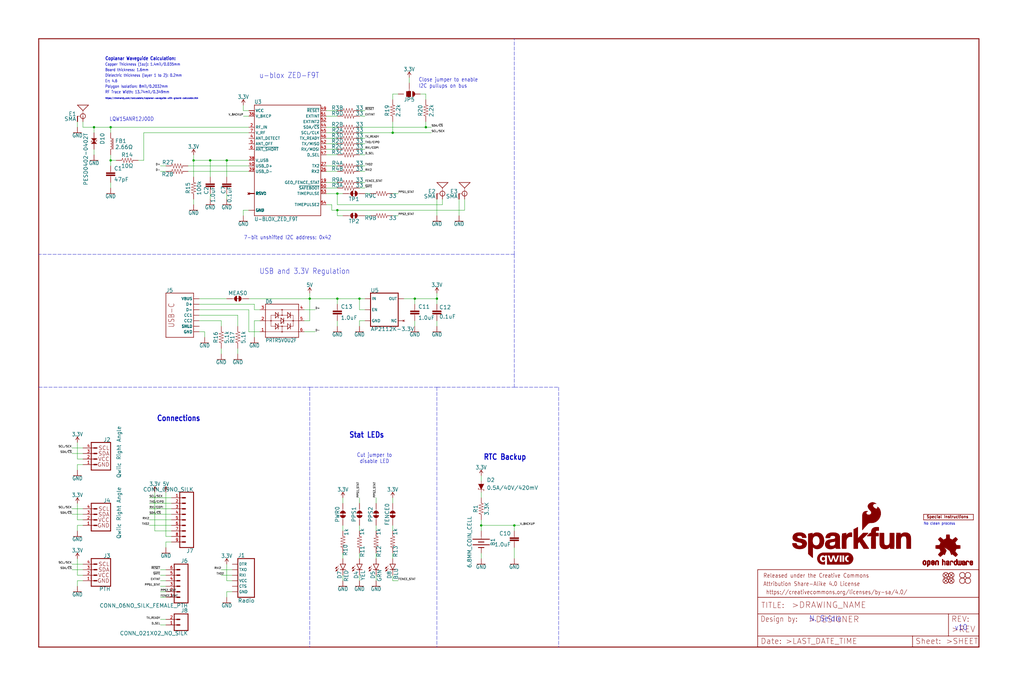
<source format=kicad_sch>
(kicad_sch (version 20211123) (generator eeschema)
  (paper "User" 470.306 317.906)
  (lib_symbols
    (symbol "schematicEagle-eagle-import:0.1UF-0402T-16V-10%"
      (property "Reference" "C" (at 1.524 2.921 0))
      (property "Value" "0.1UF-0402T-16V-10%" (at 1.524 -2.159 0))
      (symbol "0.1UF-0402T-16V-10%_1_0"
        (pin passive line (at 0 5.08 270) (length 2.54) (name "1") (number "1"))
        (pin passive line (at 0 -2.54 90) (length 2.54) (name "2") (number "2"))
      )
    )
    (symbol "schematicEagle-eagle-import:0.1UF-0402T-6.3V-10%-X7R"
      (property "Reference" "C" (at 1.524 2.921 0))
      (property "Value" "0.1UF-0402T-6.3V-10%-X7R" (at 1.524 -2.159 0))
      (symbol "0.1UF-0402T-6.3V-10%-X7R_1_0"
        (pin passive line (at 0 5.08 270) (length 2.54) (name "1") (number "1"))
        (pin passive line (at 0 -2.54 90) (length 2.54) (name "2") (number "2"))
      )
    )
    (symbol "schematicEagle-eagle-import:1.0UF-0402T-16V-10%"
      (property "Reference" "C" (at 1.524 2.921 0))
      (property "Value" "1.0UF-0402T-16V-10%" (at 1.524 -2.159 0))
      (symbol "1.0UF-0402T-16V-10%_1_0"
        (pin passive line (at 0 5.08 270) (length 2.54) (name "1") (number "1"))
        (pin passive line (at 0 -2.54 90) (length 2.54) (name "2") (number "2"))
      )
    )
    (symbol "schematicEagle-eagle-import:100KOHM-0402T-1{slash}16W-1%"
      (property "Reference" "R" (at 0 1.524 0))
      (property "Value" "100KOHM-0402T-1{slash}16W-1%" (at 0 -1.524 0))
      (symbol "100KOHM-0402T-1{slash}16W-1%_1_0"
        (pin passive line (at -5.08 0 0) (length 2.54) (name "1") (number "1"))
        (pin passive line (at 5.08 0 180) (length 2.54) (name "2") (number "2"))
      )
    )
    (symbol "schematicEagle-eagle-import:10OHM-0402-1{slash}16W-5%"
      (property "Reference" "R" (at 0 1.524 0))
      (property "Value" "10OHM-0402-1{slash}16W-5%" (at 0 -1.524 0))
      (symbol "10OHM-0402-1{slash}16W-5%_1_0"
        (pin passive line (at -5.08 0 0) (length 2.54) (name "1") (number "1"))
        (pin passive line (at 5.08 0 180) (length 2.54) (name "2") (number "2"))
      )
    )
    (symbol "schematicEagle-eagle-import:1KOHM-0402T-1{slash}16W-1%"
      (property "Reference" "R" (at 0 1.524 0))
      (property "Value" "1KOHM-0402T-1{slash}16W-1%" (at 0 -1.524 0))
      (symbol "1KOHM-0402T-1{slash}16W-1%_1_0"
        (pin passive line (at -5.08 0 0) (length 2.54) (name "1") (number "1"))
        (pin passive line (at 5.08 0 180) (length 2.54) (name "2") (number "2"))
      )
    )
    (symbol "schematicEagle-eagle-import:2.2KOHM-0402T-1{slash}16W-1%"
      (property "Reference" "R" (at 0 1.524 0))
      (property "Value" "2.2KOHM-0402T-1{slash}16W-1%" (at 0 -1.524 0))
      (symbol "2.2KOHM-0402T-1{slash}16W-1%_1_0"
        (pin passive line (at -5.08 0 0) (length 2.54) (name "1") (number "1"))
        (pin passive line (at 5.08 0 180) (length 2.54) (name "2") (number "2"))
      )
    )
    (symbol "schematicEagle-eagle-import:27OHM"
      (property "Reference" "R" (at 0 1.524 0))
      (property "Value" "27OHM" (at 0 -1.524 0))
      (symbol "27OHM_1_0"
        (pin passive line (at -5.08 0 0) (length 2.54) (name "1") (number "1"))
        (pin passive line (at 5.08 0 180) (length 2.54) (name "2") (number "2"))
      )
    )
    (symbol "schematicEagle-eagle-import:3.3KOHM-0402T-1{slash}16W-1%"
      (property "Reference" "R" (at 0 1.524 0))
      (property "Value" "3.3KOHM-0402T-1{slash}16W-1%" (at 0 -1.524 0))
      (symbol "3.3KOHM-0402T-1{slash}16W-1%_1_0"
        (pin passive line (at -5.08 0 0) (length 2.54) (name "1") (number "1"))
        (pin passive line (at 5.08 0 180) (length 2.54) (name "2") (number "2"))
      )
    )
    (symbol "schematicEagle-eagle-import:3.3V" (power)
      (property "Value" "3.3V" (at 0 2.794 0))
      (symbol "3.3V_1_0"
        (pin power_in line (at 0 0 90) (length 2.54) (name "3.3V") (number "1"))
      )
    )
    (symbol "schematicEagle-eagle-import:33OHM_RA-1206-1{slash}16W-5%"
      (property "Reference" "R" (at 0 1.524 0))
      (property "Value" "33OHM_RA-1206-1{slash}16W-5%" (at 0 -1.524 0))
      (symbol "33OHM_RA-1206-1{slash}16W-5%_1_0"
        (pin passive line (at -5.08 0 0) (length 2.54) (name "1") (number "P1"))
        (pin passive line (at 5.08 0 180) (length 2.54) (name "2") (number "P8"))
      )
      (symbol "33OHM_RA-1206-1{slash}16W-5%_2_0"
        (pin passive line (at -5.08 0 0) (length 2.54) (name "1") (number "P2"))
        (pin passive line (at 5.08 0 180) (length 2.54) (name "2") (number "P7"))
      )
      (symbol "33OHM_RA-1206-1{slash}16W-5%_3_0"
        (pin passive line (at -5.08 0 0) (length 2.54) (name "1") (number "P3"))
        (pin passive line (at 5.08 0 180) (length 2.54) (name "2") (number "P6"))
      )
      (symbol "33OHM_RA-1206-1{slash}16W-5%_4_0"
        (pin passive line (at -5.08 0 0) (length 2.54) (name "1") (number "P4"))
        (pin passive line (at 5.08 0 180) (length 2.54) (name "2") (number "P5"))
      )
    )
    (symbol "schematicEagle-eagle-import:47PF-0402_TIGHT-25V-5%-X7R"
      (property "Reference" "C" (at 1.524 2.921 0))
      (property "Value" "47PF-0402_TIGHT-25V-5%-X7R" (at 1.524 -2.159 0))
      (symbol "47PF-0402_TIGHT-25V-5%-X7R_1_0"
        (pin passive line (at 0 5.08 270) (length 2.54) (name "1") (number "1"))
        (pin passive line (at 0 -2.54 90) (length 2.54) (name "2") (number "2"))
      )
    )
    (symbol "schematicEagle-eagle-import:5.1KOHM-0402T-1{slash}16W-1%"
      (property "Reference" "R" (at 0 1.524 0))
      (property "Value" "5.1KOHM-0402T-1{slash}16W-1%" (at 0 -1.524 0))
      (symbol "5.1KOHM-0402T-1{slash}16W-1%_1_0"
        (pin passive line (at -5.08 0 0) (length 2.54) (name "1") (number "1"))
        (pin passive line (at 5.08 0 180) (length 2.54) (name "2") (number "2"))
      )
    )
    (symbol "schematicEagle-eagle-import:5V" (power)
      (property "Value" "5V" (at 0 2.794 0))
      (symbol "5V_1_0"
        (pin power_in line (at 0 0 90) (length 2.54) (name "5V") (number "1"))
      )
    )
    (symbol "schematicEagle-eagle-import:6_PIN_SERIAL_TARGET_NO_SILK"
      (property "Reference" "J" (at -7.62 10.668 0))
      (property "Value" "6_PIN_SERIAL_TARGET_NO_SILK" (at -7.62 -9.906 0))
      (symbol "6_PIN_SERIAL_TARGET_NO_SILK_1_0"
        (pin passive line (at 2.54 -5.08 180) (length 2.54) (name "DTR") (number "1"))
        (pin passive line (at 2.54 0 180) (length 2.54) (name "RXI") (number "2"))
        (pin passive line (at 2.54 -2.54 180) (length 2.54) (name "TXO") (number "3"))
        (pin passive line (at 2.54 2.54 180) (length 2.54) (name "VCC") (number "4"))
        (pin passive line (at 2.54 5.08 180) (length 2.54) (name "CTS") (number "5"))
        (pin passive line (at 2.54 7.62 180) (length 2.54) (name "GND") (number "6"))
      )
    )
    (symbol "schematicEagle-eagle-import:ANTENNA-SMA-GROUNDEDEDGE_SMA"
      (property "Reference" "E" (at 3.048 0 0))
      (property "Value" "ANTENNA-SMA-GROUNDEDEDGE_SMA" (at 3.048 -2.286 0))
      (symbol "ANTENNA-SMA-GROUNDEDEDGE_SMA_1_0"
        (pin bidirectional line (at 2.54 -2.54 90) (length 2.54) (name "GND") (number "GND@0"))
        (pin bidirectional line (at 2.54 -2.54 90) (length 2.54) (name "GND") (number "GND@1"))
        (pin bidirectional line (at 2.54 -2.54 90) (length 2.54) (name "GND") (number "GND@2"))
        (pin bidirectional line (at 2.54 -2.54 90) (length 2.54) (name "GND") (number "GND@3"))
        (pin bidirectional line (at 0 -2.54 90) (length 2.54) (name "SIGNAL") (number "SIG"))
      )
    )
    (symbol "schematicEagle-eagle-import:CONN_021X02_NO_SILK"
      (property "Reference" "J" (at -2.54 5.588 0))
      (property "Value" "CONN_021X02_NO_SILK" (at -2.54 -4.826 0))
      (symbol "CONN_021X02_NO_SILK_1_0"
        (pin passive line (at 7.62 0 180) (length 5.08) (name "1") (number "1"))
        (pin passive line (at 7.62 2.54 180) (length 5.08) (name "2") (number "2"))
      )
    )
    (symbol "schematicEagle-eagle-import:CONN_06NO_SILK_FEMALE_PTH"
      (property "Reference" "J" (at -5.08 10.668 0))
      (property "Value" "CONN_06NO_SILK_FEMALE_PTH" (at -5.08 -9.906 0))
      (symbol "CONN_06NO_SILK_FEMALE_PTH_1_0"
        (pin passive line (at 5.08 -5.08 180) (length 5.08) (name "1") (number "1"))
        (pin passive line (at 5.08 -2.54 180) (length 5.08) (name "2") (number "2"))
        (pin passive line (at 5.08 0 180) (length 5.08) (name "3") (number "3"))
        (pin passive line (at 5.08 2.54 180) (length 5.08) (name "4") (number "4"))
        (pin passive line (at 5.08 5.08 180) (length 5.08) (name "5") (number "5"))
        (pin passive line (at 5.08 7.62 180) (length 5.08) (name "6") (number "6"))
      )
    )
    (symbol "schematicEagle-eagle-import:CONN_09NO_SILK"
      (property "Reference" "J" (at 0 13.208 0))
      (property "Value" "CONN_09NO_SILK" (at 0 -14.986 0))
      (symbol "CONN_09NO_SILK_1_0"
        (pin passive line (at 10.16 -10.16 180) (length 5.08) (name "1") (number "1"))
        (pin passive line (at 10.16 -7.62 180) (length 5.08) (name "2") (number "2"))
        (pin passive line (at 10.16 -5.08 180) (length 5.08) (name "3") (number "3"))
        (pin passive line (at 10.16 -2.54 180) (length 5.08) (name "4") (number "4"))
        (pin passive line (at 10.16 0 180) (length 5.08) (name "5") (number "5"))
        (pin passive line (at 10.16 2.54 180) (length 5.08) (name "6") (number "6"))
        (pin passive line (at 10.16 5.08 180) (length 5.08) (name "7") (number "7"))
        (pin passive line (at 10.16 7.62 180) (length 5.08) (name "8") (number "8"))
        (pin passive line (at 10.16 10.16 180) (length 5.08) (name "9") (number "9"))
      )
    )
    (symbol "schematicEagle-eagle-import:DIODE-SCHOTTKY-PMEG4005EJ"
      (property "Reference" "D" (at -2.54 2.032 0))
      (property "Value" "DIODE-SCHOTTKY-PMEG4005EJ" (at -2.54 -2.032 0))
      (symbol "DIODE-SCHOTTKY-PMEG4005EJ_1_0"
        (pin passive line (at -2.54 0 0) (length 0) (name "A") (number "A"))
        (pin passive line (at 2.54 0 180) (length 0) (name "C") (number "C"))
      )
    )
    (symbol "schematicEagle-eagle-import:FERRITE_BEAD-0402-2.66Ω-1GHZ"
      (property "Reference" "FB" (at 1.27 2.54 0))
      (property "Value" "FERRITE_BEAD-0402-2.66Ω-1GHZ" (at 1.27 -2.54 0))
      (symbol "FERRITE_BEAD-0402-2.66Ω-1GHZ_1_0"
        (pin passive line (at 0 5.08 270) (length 2.54) (name "1") (number "1"))
        (pin passive line (at 0 -5.08 90) (length 2.54) (name "2") (number "2"))
      )
    )
    (symbol "schematicEagle-eagle-import:FIDUCIALUFIDUCIAL")
    (symbol "schematicEagle-eagle-import:FRAME-LEDGER"
      (symbol "FRAME-LEDGER_2_0"
        (text " https://creativecommons.org/licenses/by-sa/4.0/" (at 2.54 24.13 0) (effects (font (size 1.9304 1.6408)) (justify left bottom)))
        (text ">DESIGNER" (at 23.114 11.176 0) (effects (font (size 2.7432 2.7432)) (justify left bottom)))
        (text ">DRAWING_NAME" (at 15.494 17.78 0) (effects (font (size 2.7432 2.7432)) (justify left bottom)))
        (text ">LAST_DATE_TIME" (at 12.7 1.27 0) (effects (font (size 2.54 2.54)) (justify left bottom)))
        (text ">REV" (at 88.9 6.604 0) (effects (font (size 2.7432 2.7432)) (justify left bottom)))
        (text ">SHEET" (at 86.36 1.27 0) (effects (font (size 2.54 2.54)) (justify left bottom)))
        (text "Attribution Share-Alike 4.0 License" (at 2.54 27.94 0) (effects (font (size 1.9304 1.6408)) (justify left bottom)))
        (text "Date:" (at 1.27 1.27 0) (effects (font (size 2.54 2.54)) (justify left bottom)))
        (text "Design by:" (at 1.27 11.43 0) (effects (font (size 2.54 2.159)) (justify left bottom)))
        (text "Released under the Creative Commons" (at 2.54 31.75 0) (effects (font (size 1.9304 1.6408)) (justify left bottom)))
        (text "REV:" (at 88.9 11.43 0) (effects (font (size 2.54 2.54)) (justify left bottom)))
        (text "Sheet:" (at 72.39 1.27 0) (effects (font (size 2.54 2.54)) (justify left bottom)))
        (text "TITLE:" (at 1.524 17.78 0) (effects (font (size 2.54 2.54)) (justify left bottom)))
      )
    )
    (symbol "schematicEagle-eagle-import:GND" (power)
      (property "Value" "GND" (at 0 -0.254 0))
      (symbol "GND_1_0"
        (pin power_in line (at 0 2.54 270) (length 2.54) (name "GND") (number "1"))
      )
    )
    (symbol "schematicEagle-eagle-import:I2C_STANDARDQWIIC"
      (property "Reference" "J" (at -5.08 7.874 0))
      (property "Value" "I2C_STANDARDQWIIC" (at -5.08 -5.334 0))
      (symbol "I2C_STANDARDQWIIC_1_0"
        (text "GND" (at -4.572 -2.54 0) (effects (font (size 1.778 1.778)) (justify left)))
        (text "SCL" (at -4.572 5.08 0) (effects (font (size 1.778 1.778)) (justify left)))
        (text "SDA" (at -4.572 2.54 0) (effects (font (size 1.778 1.778)) (justify left)))
        (text "VCC" (at -4.572 0 0) (effects (font (size 1.778 1.778)) (justify left)))
        (pin power_in line (at 7.62 -2.54 180) (length 5.08) (name "1") (number "1"))
        (pin power_in line (at 7.62 0 180) (length 5.08) (name "2") (number "2"))
        (pin passive line (at 7.62 2.54 180) (length 5.08) (name "3") (number "3"))
        (pin passive line (at 7.62 5.08 180) (length 5.08) (name "4") (number "4"))
      )
    )
    (symbol "schematicEagle-eagle-import:I2C_STANDARD_NO_SILK"
      (property "Reference" "J" (at -5.08 7.874 0))
      (property "Value" "I2C_STANDARD_NO_SILK" (at -5.08 -5.334 0))
      (symbol "I2C_STANDARD_NO_SILK_1_0"
        (text "GND" (at -4.572 -2.54 0) (effects (font (size 1.778 1.778)) (justify left)))
        (text "SCL" (at -4.572 5.08 0) (effects (font (size 1.778 1.778)) (justify left)))
        (text "SDA" (at -4.572 2.54 0) (effects (font (size 1.778 1.778)) (justify left)))
        (text "VCC" (at -4.572 0 0) (effects (font (size 1.778 1.778)) (justify left)))
        (pin power_in line (at 7.62 -2.54 180) (length 5.08) (name "GND") (number "1"))
        (pin power_in line (at 7.62 0 180) (length 5.08) (name "VCC") (number "2"))
        (pin passive line (at 7.62 2.54 180) (length 5.08) (name "SDA") (number "3"))
        (pin passive line (at 7.62 5.08 180) (length 5.08) (name "SCL") (number "4"))
      )
    )
    (symbol "schematicEagle-eagle-import:JUMPER-COMBO_2_NC_TRACE"
      (property "Reference" "JP" (at 0 2.794 0))
      (property "Value" "JUMPER-COMBO_2_NC_TRACE" (at 0 -2.794 0))
      (symbol "JUMPER-COMBO_2_NC_TRACE_1_0"
        (pin passive line (at -5.08 0 0) (length 2.54) (name "1") (number "1"))
        (pin passive line (at 5.08 0 180) (length 2.54) (name "2") (number "2"))
        (pin passive line (at -5.08 0 0) (length 2.54) (name "1") (number "3"))
        (pin passive line (at 5.08 0 180) (length 2.54) (name "2") (number "4"))
      )
    )
    (symbol "schematicEagle-eagle-import:JUMPER-SMT_2_NC_TRACE_SILK"
      (property "Reference" "JP" (at 0 3.048 0))
      (property "Value" "JUMPER-SMT_2_NC_TRACE_SILK" (at 0 -3.048 0))
      (symbol "JUMPER-SMT_2_NC_TRACE_SILK_1_0"
        (pin passive line (at -5.08 0 0) (length 2.54) (name "1") (number "1"))
        (pin passive line (at 5.08 0 180) (length 2.54) (name "2") (number "2"))
      )
    )
    (symbol "schematicEagle-eagle-import:JUMPER-SMT_3_NO_SILK"
      (property "Reference" "JP" (at 6.096 1.27 0))
      (property "Value" "JUMPER-SMT_3_NO_SILK" (at 6.858 -1.524 0))
      (symbol "JUMPER-SMT_3_NO_SILK_1_0"
        (pin passive line (at 0 5.08 270) (length 2.54) (name "1") (number "1"))
        (pin passive line (at -5.08 0 0) (length 2.54) (name "2") (number "2"))
        (pin passive line (at 0 -5.08 90) (length 2.54) (name "3") (number "3"))
      )
    )
    (symbol "schematicEagle-eagle-import:LED-BLUE0603"
      (property "Reference" "D" (at -3.429 -4.572 90))
      (property "Value" "LED-BLUE0603" (at 1.905 -4.572 90))
      (symbol "LED-BLUE0603_1_0"
        (pin passive line (at 0 2.54 270) (length 2.54) (name "A") (number "A"))
        (pin passive line (at 0 -5.08 90) (length 2.54) (name "C") (number "C"))
      )
    )
    (symbol "schematicEagle-eagle-import:LED-GREEN0603"
      (property "Reference" "D" (at -3.429 -4.572 90))
      (property "Value" "LED-GREEN0603" (at 1.905 -4.572 90))
      (symbol "LED-GREEN0603_1_0"
        (pin passive line (at 0 2.54 270) (length 2.54) (name "A") (number "A"))
        (pin passive line (at 0 -5.08 90) (length 2.54) (name "C") (number "C"))
      )
    )
    (symbol "schematicEagle-eagle-import:LED-RED0603"
      (property "Reference" "D" (at -3.429 -4.572 90))
      (property "Value" "LED-RED0603" (at 1.905 -4.572 90))
      (symbol "LED-RED0603_1_0"
        (pin passive line (at 0 2.54 270) (length 2.54) (name "A") (number "A"))
        (pin passive line (at 0 -5.08 90) (length 2.54) (name "C") (number "C"))
      )
    )
    (symbol "schematicEagle-eagle-import:LED-YELLOW0603"
      (property "Reference" "D" (at -3.429 -4.572 90))
      (property "Value" "LED-YELLOW0603" (at 1.905 -4.572 90))
      (symbol "LED-YELLOW0603_1_0"
        (pin passive line (at 0 2.54 270) (length 2.54) (name "A") (number "A"))
        (pin passive line (at 0 -5.08 90) (length 2.54) (name "C") (number "C"))
      )
    )
    (symbol "schematicEagle-eagle-import:ML414H_IV01E_BATTERY"
      (property "Reference" "BT" (at 0 4.318 0))
      (property "Value" "ML414H_IV01E_BATTERY" (at 0 -4.318 0))
      (symbol "ML414H_IV01E_BATTERY_1_0"
        (pin power_in line (at -5.08 0 0) (length 2.54) (name "+") (number "+"))
        (pin power_in line (at 5.08 0 180) (length 2.54) (name "-") (number "-"))
      )
    )
    (symbol "schematicEagle-eagle-import:OSHW-LOGOMINI")
    (symbol "schematicEagle-eagle-import:PESD0402-0402T"
      (property "Reference" "D" (at -2.54 2.794 0))
      (property "Value" "PESD0402-0402T" (at -2.54 -2.794 0))
      (symbol "PESD0402-0402T_1_0"
        (pin bidirectional line (at -2.54 0 0) (length 2.54) (name "1") (number "1"))
        (pin bidirectional line (at 5.08 0 180) (length 2.54) (name "2") (number "2"))
      )
    )
    (symbol "schematicEagle-eagle-import:PRTR5V0U2F"
      (property "Reference" "D" (at -7.62 7.874 0))
      (property "Value" "PRTR5V0U2F" (at -7.62 -7.874 0))
      (symbol "PRTR5V0U2F_1_0"
        (pin bidirectional line (at -10.16 5.08 0) (length 2.54) (name "1") (number "1"))
        (pin power_in line (at -10.16 0 0) (length 2.54) (name "2") (number "2"))
        (pin bidirectional line (at -10.16 -5.08 0) (length 2.54) (name "3") (number "3"))
        (pin bidirectional line (at 10.16 -5.08 180) (length 2.54) (name "4") (number "4"))
        (pin power_in line (at 10.16 0 180) (length 2.54) (name "5") (number "5"))
        (pin bidirectional line (at 10.16 5.08 180) (length 2.54) (name "6") (number "6"))
      )
    )
    (symbol "schematicEagle-eagle-import:QWIIC_LOGO_4MM")
    (symbol "schematicEagle-eagle-import:SFE_LOGO_NAME.1_INCH")
    (symbol "schematicEagle-eagle-import:SFE_LOGO_NAME_FLAME.1_INCH")
    (symbol "schematicEagle-eagle-import:SPECIAL_INSTRUCTIONS-ORDERING"
      (symbol "SPECIAL_INSTRUCTIONS-ORDERING_1_0"
        (text "Special Instructions" (at 1.27 0.6985 0) (effects (font (size 1.27 1.27) (thickness 0.254) bold) (justify left bottom)))
      )
    )
    (symbol "schematicEagle-eagle-import:STAND-OFF")
    (symbol "schematicEagle-eagle-import:U-BLOX_ZED_F9RT"
      (property "Reference" "U" (at -15.24 25.908 0))
      (property "Value" "U-BLOX_ZED_F9RT" (at -15.24 -27.94 0))
      (symbol "U-BLOX_ZED_F9RT_1_0"
        (pin power_in line (at -17.78 -22.86 0) (length 2.54) (name "GND") (number "1"))
        (pin no_connect line (at -17.78 -15.24 0) (length 2.54) (name "RSVD") (number "10"))
        (pin no_connect line (at -17.78 -15.24 0) (length 2.54) (name "RSVD") (number "11"))
        (pin power_in line (at -17.78 -22.86 0) (length 2.54) (name "GND") (number "12"))
        (pin no_connect line (at -17.78 -15.24 0) (length 2.54) (name "RSVD") (number "13"))
        (pin power_in line (at -17.78 -22.86 0) (length 2.54) (name "GND") (number "14"))
        (pin no_connect line (at -17.78 -15.24 0) (length 2.54) (name "RSVD") (number "15"))
        (pin no_connect line (at -17.78 -15.24 0) (length 2.54) (name "RSVD") (number "16"))
        (pin no_connect line (at -17.78 -15.24 0) (length 2.54) (name "RSVD") (number "17"))
        (pin no_connect line (at -17.78 -15.24 0) (length 2.54) (name "RSVD") (number "18"))
        (pin output line (at 17.78 -10.16 180) (length 2.54) (name "GEO_FENCE_STAT") (number "19"))
        (pin input line (at -17.78 15.24 0) (length 2.54) (name "RF_IN") (number "2"))
        (pin no_connect line (at -17.78 -15.24 0) (length 2.54) (name "RSVD") (number "20"))
        (pin no_connect line (at -17.78 -15.24 0) (length 2.54) (name "RSVD") (number "21"))
        (pin no_connect line (at -17.78 -15.24 0) (length 2.54) (name "RSVD") (number "22"))
        (pin no_connect line (at -17.78 -15.24 0) (length 2.54) (name "RSVD") (number "23"))
        (pin no_connect line (at -17.78 -15.24 0) (length 2.54) (name "RSVD") (number "24"))
        (pin no_connect line (at -17.78 -15.24 0) (length 2.54) (name "RSVD") (number "25"))
        (pin input line (at 17.78 -5.08 180) (length 2.54) (name "RX2") (number "26"))
        (pin output line (at 17.78 -2.54 180) (length 2.54) (name "TX2") (number "27"))
        (pin no_connect line (at -17.78 -15.24 0) (length 2.54) (name "RSVD") (number "28"))
        (pin no_connect line (at -17.78 -15.24 0) (length 2.54) (name "RSVD") (number "29"))
        (pin power_in line (at -17.78 -22.86 0) (length 2.54) (name "GND") (number "3"))
        (pin no_connect line (at -17.78 -15.24 0) (length 2.54) (name "RSVD") (number "30"))
        (pin no_connect line (at -17.78 -15.24 0) (length 2.54) (name "RSVD") (number "31"))
        (pin power_in line (at -17.78 -22.86 0) (length 2.54) (name "GND") (number "32"))
        (pin power_in line (at -17.78 22.86 0) (length 2.54) (name "VCC") (number "33"))
        (pin power_in line (at -17.78 22.86 0) (length 2.54) (name "VCC") (number "34"))
        (pin no_connect line (at -17.78 -15.24 0) (length 2.54) (name "RSVD") (number "35"))
        (pin power_in line (at -17.78 20.32 0) (length 2.54) (name "V_BKCP") (number "36"))
        (pin power_in line (at -17.78 -22.86 0) (length 2.54) (name "GND") (number "37"))
        (pin power_in line (at -17.78 0 0) (length 2.54) (name "V_USB") (number "38"))
        (pin bidirectional line (at -17.78 -5.08 0) (length 2.54) (name "USB_D-") (number "39"))
        (pin input line (at -17.78 10.16 0) (length 2.54) (name "ANT_DETECT") (number "4"))
        (pin bidirectional line (at -17.78 -2.54 0) (length 2.54) (name "USB_D+") (number "40"))
        (pin power_in line (at -17.78 -22.86 0) (length 2.54) (name "GND") (number "41"))
        (pin bidirectional line (at 17.78 7.62 180) (length 2.54) (name "TX/MISO") (number "42"))
        (pin bidirectional line (at 17.78 5.08 180) (length 2.54) (name "RX/MOSI") (number "43"))
        (pin bidirectional line (at 17.78 15.24 180) (length 2.54) (name "SDA/~{CS}") (number "44"))
        (pin bidirectional line (at 17.78 12.7 180) (length 2.54) (name "SCL/CLK") (number "45"))
        (pin bidirectional line (at 17.78 10.16 180) (length 2.54) (name "TX_READY") (number "46"))
        (pin bidirectional line (at 17.78 2.54 180) (length 2.54) (name "D_SEL") (number "47"))
        (pin power_in line (at -17.78 -22.86 0) (length 2.54) (name "GND") (number "48"))
        (pin bidirectional line (at 17.78 22.86 180) (length 2.54) (name "~{RESET}") (number "49"))
        (pin output line (at -17.78 7.62 0) (length 2.54) (name "ANT_OFF") (number "5"))
        (pin input line (at 17.78 -12.7 180) (length 2.54) (name "~{SAFEBOOT}") (number "50"))
        (pin bidirectional line (at 17.78 20.32 180) (length 2.54) (name "EXTINT") (number "51"))
        (pin bidirectional line (at 17.78 17.78 180) (length 2.54) (name "EXTINT2") (number "52"))
        (pin output line (at 17.78 -15.24 180) (length 2.54) (name "TIMEPULSE") (number "53"))
        (pin output line (at 17.78 -20.32 180) (length 2.54) (name "TIMEPULSE2") (number "54"))
        (pin output line (at -17.78 5.08 0) (length 2.54) (name "~{ANT_SHORT}") (number "6"))
        (pin output line (at -17.78 12.7 0) (length 2.54) (name "V_RF") (number "7"))
        (pin no_connect line (at -17.78 -15.24 0) (length 2.54) (name "RSVD") (number "8"))
        (pin no_connect line (at -17.78 -15.24 0) (length 2.54) (name "RSVD") (number "9"))
        (pin power_in line (at -17.78 -22.86 0) (length 2.54) (name "GND") (number "G1"))
        (pin power_in line (at -17.78 -22.86 0) (length 2.54) (name "GND") (number "G10"))
        (pin power_in line (at -17.78 -22.86 0) (length 2.54) (name "GND") (number "G11"))
        (pin power_in line (at -17.78 -22.86 0) (length 2.54) (name "GND") (number "G12"))
        (pin power_in line (at -17.78 -22.86 0) (length 2.54) (name "GND") (number "G13"))
        (pin power_in line (at -17.78 -22.86 0) (length 2.54) (name "GND") (number "G14"))
        (pin power_in line (at -17.78 -22.86 0) (length 2.54) (name "GND") (number "G15"))
        (pin power_in line (at -17.78 -22.86 0) (length 2.54) (name "GND") (number "G16"))
        (pin power_in line (at -17.78 -22.86 0) (length 2.54) (name "GND") (number "G17"))
        (pin power_in line (at -17.78 -22.86 0) (length 2.54) (name "GND") (number "G18"))
        (pin power_in line (at -17.78 -22.86 0) (length 2.54) (name "GND") (number "G19"))
        (pin power_in line (at -17.78 -22.86 0) (length 2.54) (name "GND") (number "G2"))
        (pin power_in line (at -17.78 -22.86 0) (length 2.54) (name "GND") (number "G20"))
        (pin power_in line (at -17.78 -22.86 0) (length 2.54) (name "GND") (number "G21"))
        (pin power_in line (at -17.78 -22.86 0) (length 2.54) (name "GND") (number "G22"))
        (pin power_in line (at -17.78 -22.86 0) (length 2.54) (name "GND") (number "G23"))
        (pin power_in line (at -17.78 -22.86 0) (length 2.54) (name "GND") (number "G24"))
        (pin power_in line (at -17.78 -22.86 0) (length 2.54) (name "GND") (number "G25"))
        (pin power_in line (at -17.78 -22.86 0) (length 2.54) (name "GND") (number "G26"))
        (pin power_in line (at -17.78 -22.86 0) (length 2.54) (name "GND") (number "G27"))
        (pin power_in line (at -17.78 -22.86 0) (length 2.54) (name "GND") (number "G28"))
        (pin power_in line (at -17.78 -22.86 0) (length 2.54) (name "GND") (number "G29"))
        (pin power_in line (at -17.78 -22.86 0) (length 2.54) (name "GND") (number "G3"))
        (pin power_in line (at -17.78 -22.86 0) (length 2.54) (name "GND") (number "G30"))
        (pin power_in line (at -17.78 -22.86 0) (length 2.54) (name "GND") (number "G31"))
        (pin power_in line (at -17.78 -22.86 0) (length 2.54) (name "GND") (number "G32"))
        (pin power_in line (at -17.78 -22.86 0) (length 2.54) (name "GND") (number "G33"))
        (pin power_in line (at -17.78 -22.86 0) (length 2.54) (name "GND") (number "G34"))
        (pin power_in line (at -17.78 -22.86 0) (length 2.54) (name "GND") (number "G35"))
        (pin power_in line (at -17.78 -22.86 0) (length 2.54) (name "GND") (number "G36"))
        (pin power_in line (at -17.78 -22.86 0) (length 2.54) (name "GND") (number "G37"))
        (pin power_in line (at -17.78 -22.86 0) (length 2.54) (name "GND") (number "G38"))
        (pin power_in line (at -17.78 -22.86 0) (length 2.54) (name "GND") (number "G39"))
        (pin power_in line (at -17.78 -22.86 0) (length 2.54) (name "GND") (number "G4"))
        (pin power_in line (at -17.78 -22.86 0) (length 2.54) (name "GND") (number "G40"))
        (pin power_in line (at -17.78 -22.86 0) (length 2.54) (name "GND") (number "G41"))
        (pin power_in line (at -17.78 -22.86 0) (length 2.54) (name "GND") (number "G42"))
        (pin power_in line (at -17.78 -22.86 0) (length 2.54) (name "GND") (number "G43"))
        (pin power_in line (at -17.78 -22.86 0) (length 2.54) (name "GND") (number "G44"))
        (pin power_in line (at -17.78 -22.86 0) (length 2.54) (name "GND") (number "G45"))
        (pin power_in line (at -17.78 -22.86 0) (length 2.54) (name "GND") (number "G46"))
        (pin power_in line (at -17.78 -22.86 0) (length 2.54) (name "GND") (number "G47"))
        (pin power_in line (at -17.78 -22.86 0) (length 2.54) (name "GND") (number "G48"))
        (pin power_in line (at -17.78 -22.86 0) (length 2.54) (name "GND") (number "G5"))
        (pin power_in line (at -17.78 -22.86 0) (length 2.54) (name "GND") (number "G6"))
        (pin power_in line (at -17.78 -22.86 0) (length 2.54) (name "GND") (number "G7"))
        (pin power_in line (at -17.78 -22.86 0) (length 2.54) (name "GND") (number "G8"))
        (pin power_in line (at -17.78 -22.86 0) (length 2.54) (name "GND") (number "G9"))
      )
    )
    (symbol "schematicEagle-eagle-import:USB_C_4-LAYER_PADS"
      (property "Reference" "J" (at -2.54 10.414 0))
      (property "Value" "USB_C_4-LAYER_PADS" (at -2.54 -12.446 0))
      (symbol "USB_C_4-LAYER_PADS_1_0"
        (text "USB-C" (at 0 0 900) (effects (font (size 2.54 2.159))))
        (pin bidirectional line (at 12.7 0 180) (length 2.54) (name "CC1") (number "A5"))
        (pin bidirectional line (at 12.7 5.08 180) (length 2.54) (name "D+") (number "A6"))
        (pin bidirectional line (at 12.7 2.54 180) (length 2.54) (name "D-") (number "A7"))
        (pin bidirectional line (at 12.7 -2.54 180) (length 2.54) (name "CC2") (number "B5"))
        (pin bidirectional line (at 12.7 5.08 180) (length 2.54) (name "D+") (number "B6"))
        (pin bidirectional line (at 12.7 2.54 180) (length 2.54) (name "D-") (number "B7"))
        (pin bidirectional line (at 12.7 -7.62 180) (length 2.54) (name "GND") (number "GND"))
        (pin bidirectional line (at 12.7 -7.62 180) (length 2.54) (name "GND") (number "GND2"))
        (pin bidirectional line (at 12.7 -5.08 180) (length 2.54) (name "SHLD") (number "SHLD1"))
        (pin bidirectional line (at 12.7 -5.08 180) (length 2.54) (name "SHLD") (number "SHLD2"))
        (pin bidirectional line (at 12.7 -5.08 180) (length 2.54) (name "SHLD") (number "SHLD3"))
        (pin bidirectional line (at 12.7 -5.08 180) (length 2.54) (name "SHLD") (number "SHLD4"))
        (pin bidirectional line (at 12.7 7.62 180) (length 2.54) (name "VBUS") (number "VBUS1"))
        (pin bidirectional line (at 12.7 7.62 180) (length 2.54) (name "VBUS") (number "VBUS2"))
      )
    )
    (symbol "schematicEagle-eagle-import:V_REG_AP2112K-3.3V"
      (property "Reference" "U" (at -7.62 7.874 0))
      (property "Value" "V_REG_AP2112K-3.3V" (at -7.62 -7.874 0))
      (symbol "V_REG_AP2112K-3.3V_1_0"
        (pin input line (at -10.16 5.08 0) (length 2.54) (name "IN") (number "1"))
        (pin input line (at -10.16 -5.08 0) (length 2.54) (name "GND") (number "2"))
        (pin input line (at -10.16 0 0) (length 2.54) (name "EN") (number "3"))
        (pin no_connect line (at 7.62 -5.08 180) (length 2.54) (name "NC") (number "4"))
        (pin passive line (at 7.62 5.08 180) (length 2.54) (name "OUT") (number "5"))
      )
    )
  )
  (junction (at 200.66 137.16))
  (junction (at 43.18 58.42))
  (junction (at 142.24 137.16))
  (junction (at 165.1 137.16))
  (junction (at 154.94 88.9))
  (junction (at 104.14 73.66))
  (junction (at 154.94 96.52))
  (junction (at 236.22 241.3))
  (junction (at 96.52 73.66))
  (junction (at 190.5 137.16))
  (junction (at 50.8 58.42))
  (junction (at 154.94 137.16))
  (junction (at 220.98 241.3))
  (junction (at 88.9 73.66))
  (junction (at 180.34 60.96))
  (junction (at 50.8 73.66))
  (junction (at 195.58 58.42))
  (wire (pts (xy 76.2 271.78) (xy 73.66 271.78)))
  (wire (pts (xy 142.24 147.32) (xy 142.24 137.16)))
  (wire (pts (xy 38.1 205.74) (xy 33.02 205.74)))
  (wire (pts (xy 220.98 226.06) (xy 220.98 228.6)))
  (wire (pts (xy 142.24 137.16) (xy 142.24 134.62)))
  (wire (pts (xy 43.18 71.12) (xy 43.18 68.58)))
  (wire (pts (xy 190.5 149.86) (xy 190.5 147.32)))
  (wire (pts (xy 157.48 241.3) (xy 157.48 243.84)))
  (wire (pts (xy 165.1 137.16) (xy 154.94 137.16)))
  (wire (pts (xy 165.1 76.2) (xy 167.64 76.2)))
  (wire (pts (xy 76.2 261.62) (xy 73.66 261.62)))
  (wire (pts (xy 35.56 213.36) (xy 35.56 215.9)))
  (wire (pts (xy 149.86 50.8) (xy 154.94 50.8)))
  (wire (pts (xy 91.44 144.78) (xy 109.22 144.78)))
  (wire (pts (xy 66.04 60.96) (xy 66.04 73.66)))
  (wire (pts (xy 165.1 60.96) (xy 180.34 60.96)))
  (polyline (pts (xy 236.22 116.84) (xy 17.78 116.84)))
  (wire (pts (xy 154.94 149.86) (xy 154.94 147.32)))
  (polyline (pts (xy 236.22 177.8) (xy 256.54 177.8)))
  (wire (pts (xy 190.5 137.16) (xy 190.5 139.7)))
  (wire (pts (xy 200.66 149.86) (xy 200.66 147.32)))
  (wire (pts (xy 180.34 99.06) (xy 182.88 99.06)))
  (wire (pts (xy 35.56 210.82) (xy 35.56 203.2)))
  (wire (pts (xy 149.86 86.36) (xy 154.94 86.36)))
  (wire (pts (xy 149.86 88.9) (xy 154.94 88.9)))
  (wire (pts (xy 172.72 254) (xy 172.72 256.54)))
  (wire (pts (xy 180.34 241.3) (xy 180.34 243.84)))
  (wire (pts (xy 104.14 271.78) (xy 104.14 274.32)))
  (wire (pts (xy 38.1 213.36) (xy 35.56 213.36)))
  (wire (pts (xy 149.86 53.34) (xy 154.94 53.34)))
  (wire (pts (xy 180.34 60.96) (xy 198.12 60.96)))
  (wire (pts (xy 220.98 238.76) (xy 220.98 241.3)))
  (wire (pts (xy 78.74 231.14) (xy 68.58 231.14)))
  (wire (pts (xy 165.1 231.14) (xy 165.1 228.6)))
  (wire (pts (xy 157.48 256.54) (xy 157.48 254)))
  (wire (pts (xy 236.22 241.3) (xy 220.98 241.3)))
  (wire (pts (xy 106.68 271.78) (xy 104.14 271.78)))
  (wire (pts (xy 154.94 99.06) (xy 157.48 99.06)))
  (wire (pts (xy 104.14 266.7) (xy 104.14 259.08)))
  (wire (pts (xy 76.2 287.02) (xy 73.66 287.02)))
  (wire (pts (xy 180.34 43.18) (xy 182.88 43.18)))
  (wire (pts (xy 114.3 96.52) (xy 111.76 96.52)))
  (wire (pts (xy 88.9 71.12) (xy 88.9 73.66)))
  (wire (pts (xy 109.22 149.86) (xy 109.22 144.78)))
  (wire (pts (xy 149.86 66.04) (xy 154.94 66.04)))
  (polyline (pts (xy 236.22 116.84) (xy 236.22 177.8)))
  (wire (pts (xy 35.56 238.76) (xy 35.56 231.14)))
  (wire (pts (xy 236.22 251.46) (xy 236.22 256.54)))
  (wire (pts (xy 149.86 93.98) (xy 152.4 93.98)))
  (wire (pts (xy 43.18 58.42) (xy 38.1 58.42)))
  (wire (pts (xy 195.58 43.18) (xy 193.04 43.18)))
  (wire (pts (xy 38.1 241.3) (xy 35.56 241.3)))
  (wire (pts (xy 167.64 142.24) (xy 165.1 142.24)))
  (wire (pts (xy 149.86 83.82) (xy 154.94 83.82)))
  (wire (pts (xy 187.96 35.56) (xy 187.96 38.1)))
  (wire (pts (xy 180.34 45.72) (xy 180.34 43.18)))
  (wire (pts (xy 71.12 243.84) (xy 71.12 226.06)))
  (wire (pts (xy 43.18 60.96) (xy 43.18 58.42)))
  (wire (pts (xy 111.76 96.52) (xy 111.76 99.06)))
  (wire (pts (xy 180.34 264.16) (xy 180.34 266.7)))
  (wire (pts (xy 104.14 88.9) (xy 104.14 91.44)))
  (wire (pts (xy 236.22 241.3) (xy 238.76 241.3)))
  (wire (pts (xy 220.98 254) (xy 220.98 256.54)))
  (wire (pts (xy 154.94 58.42) (xy 149.86 58.42)))
  (wire (pts (xy 78.74 248.92) (xy 76.2 248.92)))
  (wire (pts (xy 104.14 73.66) (xy 96.52 73.66)))
  (wire (pts (xy 154.94 93.98) (xy 203.2 93.98)))
  (wire (pts (xy 165.1 86.36) (xy 167.64 86.36)))
  (wire (pts (xy 78.74 246.38) (xy 76.2 246.38)))
  (wire (pts (xy 35.56 58.42) (xy 35.56 55.88)))
  (wire (pts (xy 109.22 162.56) (xy 109.22 160.02)))
  (wire (pts (xy 101.6 162.56) (xy 101.6 160.02)))
  (wire (pts (xy 195.58 58.42) (xy 198.12 58.42)))
  (wire (pts (xy 165.1 142.24) (xy 165.1 137.16)))
  (wire (pts (xy 38.1 233.68) (xy 33.02 233.68)))
  (wire (pts (xy 76.2 269.24) (xy 73.66 269.24)))
  (wire (pts (xy 76.2 284.48) (xy 73.66 284.48)))
  (wire (pts (xy 50.8 58.42) (xy 43.18 58.42)))
  (wire (pts (xy 180.34 254) (xy 180.34 256.54)))
  (wire (pts (xy 165.1 78.74) (xy 167.64 78.74)))
  (wire (pts (xy 91.44 147.32) (xy 101.6 147.32)))
  (wire (pts (xy 165.1 147.32) (xy 165.1 149.86)))
  (wire (pts (xy 149.86 63.5) (xy 154.94 63.5)))
  (wire (pts (xy 88.9 93.98) (xy 88.9 91.44)))
  (wire (pts (xy 149.86 78.74) (xy 154.94 78.74)))
  (wire (pts (xy 78.74 236.22) (xy 68.58 236.22)))
  (wire (pts (xy 165.1 254) (xy 165.1 256.54)))
  (wire (pts (xy 180.34 228.6) (xy 180.34 231.14)))
  (wire (pts (xy 180.34 88.9) (xy 182.88 88.9)))
  (wire (pts (xy 165.1 71.12) (xy 167.64 71.12)))
  (wire (pts (xy 180.34 55.88) (xy 180.34 60.96)))
  (polyline (pts (xy 142.24 177.8) (xy 200.66 177.8)))
  (wire (pts (xy 35.56 264.16) (xy 35.56 256.54)))
  (wire (pts (xy 50.8 71.12) (xy 50.8 73.66)))
  (wire (pts (xy 116.84 142.24) (xy 119.38 142.24)))
  (wire (pts (xy 35.56 266.7) (xy 35.56 269.24)))
  (wire (pts (xy 68.58 241.3) (xy 78.74 241.3)))
  (wire (pts (xy 154.94 88.9) (xy 154.94 93.98)))
  (wire (pts (xy 76.2 274.32) (xy 73.66 274.32)))
  (wire (pts (xy 165.1 83.82) (xy 167.64 83.82)))
  (wire (pts (xy 165.1 63.5) (xy 167.64 63.5)))
  (wire (pts (xy 220.98 241.3) (xy 220.98 243.84)))
  (wire (pts (xy 50.8 86.36) (xy 50.8 83.82)))
  (polyline (pts (xy 200.66 177.8) (xy 236.22 177.8)))
  (wire (pts (xy 220.98 218.44) (xy 220.98 220.98)))
  (wire (pts (xy 154.94 60.96) (xy 149.86 60.96)))
  (wire (pts (xy 154.94 96.52) (xy 152.4 96.52)))
  (wire (pts (xy 172.72 231.14) (xy 172.72 228.6)))
  (polyline (pts (xy 256.54 177.8) (xy 256.54 297.18)))
  (polyline (pts (xy 236.22 116.84) (xy 236.22 17.78)))
  (wire (pts (xy 38.1 55.88) (xy 38.1 58.42)))
  (wire (pts (xy 78.74 233.68) (xy 68.58 233.68)))
  (wire (pts (xy 114.3 73.66) (xy 104.14 73.66)))
  (wire (pts (xy 78.74 228.6) (xy 68.58 228.6)))
  (wire (pts (xy 154.94 139.7) (xy 154.94 137.16)))
  (wire (pts (xy 38.1 210.82) (xy 35.56 210.82)))
  (wire (pts (xy 116.84 139.7) (xy 116.84 142.24)))
  (wire (pts (xy 190.5 137.16) (xy 200.66 137.16)))
  (wire (pts (xy 106.68 266.7) (xy 104.14 266.7)))
  (wire (pts (xy 50.8 58.42) (xy 114.3 58.42)))
  (wire (pts (xy 111.76 48.26) (xy 111.76 50.8)))
  (wire (pts (xy 165.1 58.42) (xy 195.58 58.42)))
  (wire (pts (xy 78.74 243.84) (xy 71.12 243.84)))
  (wire (pts (xy 165.1 264.16) (xy 165.1 266.7)))
  (wire (pts (xy 154.94 96.52) (xy 213.36 96.52)))
  (wire (pts (xy 35.56 241.3) (xy 35.56 243.84)))
  (wire (pts (xy 180.34 266.7) (xy 182.88 266.7)))
  (wire (pts (xy 38.1 261.62) (xy 33.02 261.62)))
  (wire (pts (xy 104.14 137.16) (xy 91.44 137.16)))
  (wire (pts (xy 195.58 55.88) (xy 195.58 58.42)))
  (wire (pts (xy 96.52 81.28) (xy 96.52 73.66)))
  (wire (pts (xy 236.22 241.3) (xy 236.22 243.84)))
  (wire (pts (xy 38.1 264.16) (xy 35.56 264.16)))
  (wire (pts (xy 157.48 231.14) (xy 157.48 228.6)))
  (wire (pts (xy 213.36 96.52) (xy 213.36 91.44)))
  (wire (pts (xy 96.52 91.44) (xy 96.52 88.9)))
  (wire (pts (xy 76.2 266.7) (xy 73.66 266.7)))
  (wire (pts (xy 165.1 137.16) (xy 167.64 137.16)))
  (wire (pts (xy 96.52 73.66) (xy 88.9 73.66)))
  (wire (pts (xy 93.98 152.4) (xy 93.98 154.94)))
  (wire (pts (xy 91.44 142.24) (xy 114.3 142.24)))
  (wire (pts (xy 114.3 50.8) (xy 111.76 50.8)))
  (polyline (pts (xy 17.78 177.8) (xy 142.24 177.8)))
  (wire (pts (xy 139.7 142.24) (xy 144.78 142.24)))
  (wire (pts (xy 149.86 76.2) (xy 154.94 76.2)))
  (wire (pts (xy 167.64 147.32) (xy 165.1 147.32)))
  (wire (pts (xy 114.3 78.74) (xy 86.36 78.74)))
  (wire (pts (xy 139.7 147.32) (xy 142.24 147.32)))
  (wire (pts (xy 165.1 66.04) (xy 167.64 66.04)))
  (wire (pts (xy 50.8 58.42) (xy 50.8 60.96)))
  (wire (pts (xy 154.94 99.06) (xy 154.94 96.52)))
  (polyline (pts (xy 142.24 177.8) (xy 142.24 297.18)))
  (wire (pts (xy 149.86 68.58) (xy 154.94 68.58)))
  (wire (pts (xy 203.2 93.98) (xy 203.2 91.44)))
  (wire (pts (xy 38.1 238.76) (xy 35.56 238.76)))
  (wire (pts (xy 195.58 45.72) (xy 195.58 43.18)))
  (wire (pts (xy 114.3 53.34) (xy 111.76 53.34)))
  (wire (pts (xy 38.1 259.08) (xy 33.02 259.08)))
  (wire (pts (xy 53.34 73.66) (xy 50.8 73.66)))
  (polyline (pts (xy 200.66 177.8) (xy 200.66 297.18)))
  (wire (pts (xy 38.1 208.28) (xy 33.02 208.28)))
  (wire (pts (xy 50.8 73.66) (xy 50.8 76.2)))
  (wire (pts (xy 165.1 53.34) (xy 167.64 53.34)))
  (wire (pts (xy 200.66 134.62) (xy 200.66 137.16)))
  (wire (pts (xy 154.94 137.16) (xy 142.24 137.16)))
  (wire (pts (xy 185.42 137.16) (xy 190.5 137.16)))
  (wire (pts (xy 114.3 60.96) (xy 66.04 60.96)))
  (wire (pts (xy 114.3 137.16) (xy 142.24 137.16)))
  (wire (pts (xy 170.18 99.06) (xy 167.64 99.06)))
  (wire (pts (xy 154.94 71.12) (xy 149.86 71.12)))
  (wire (pts (xy 119.38 147.32) (xy 116.84 147.32)))
  (wire (pts (xy 91.44 152.4) (xy 93.98 152.4)))
  (wire (pts (xy 66.04 73.66) (xy 63.5 73.66)))
  (wire (pts (xy 106.68 261.62) (xy 101.6 261.62)))
  (wire (pts (xy 116.84 147.32) (xy 116.84 154.94)))
  (wire (pts (xy 114.3 152.4) (xy 119.38 152.4)))
  (wire (pts (xy 165.1 241.3) (xy 165.1 243.84)))
  (wire (pts (xy 139.7 152.4) (xy 144.78 152.4)))
  (wire (pts (xy 157.48 266.7) (xy 157.48 264.16)))
  (wire (pts (xy 200.66 91.44) (xy 200.66 99.06)))
  (wire (pts (xy 38.1 266.7) (xy 35.56 266.7)))
  (wire (pts (xy 91.44 139.7) (xy 116.84 139.7)))
  (wire (pts (xy 68.58 238.76) (xy 78.74 238.76)))
  (wire (pts (xy 76.2 248.92) (xy 76.2 251.46)))
  (wire (pts (xy 165.1 68.58) (xy 167.64 68.58)))
  (wire (pts (xy 154.94 88.9) (xy 157.48 88.9)))
  (wire (pts (xy 165.1 50.8) (xy 167.64 50.8)))
  (wire (pts (xy 200.66 139.7) (xy 200.66 137.16)))
  (wire (pts (xy 170.18 88.9) (xy 167.64 88.9)))
  (wire (pts (xy 172.72 264.16) (xy 172.72 266.7)))
  (wire (pts (xy 76.2 246.38) (xy 76.2 226.06)))
  (wire (pts (xy 104.14 81.28) (xy 104.14 73.66)))
  (wire (pts (xy 106.68 264.16) (xy 101.6 264.16)))
  (wire (pts (xy 76.2 78.74) (xy 73.66 78.74)))
  (wire (pts (xy 88.9 73.66) (xy 88.9 81.28)))
  (wire (pts (xy 210.82 91.44) (xy 210.82 99.06)))
  (wire (pts (xy 38.1 236.22) (xy 33.02 236.22)))
  (wire (pts (xy 76.2 264.16) (xy 73.66 264.16)))
  (wire (pts (xy 114.3 76.2) (xy 86.36 76.2)))
  (wire (pts (xy 172.72 241.3) (xy 172.72 243.84)))
  (wire (pts (xy 76.2 76.2) (xy 73.66 76.2)))
  (wire (pts (xy 152.4 93.98) (xy 152.4 96.52)))
  (wire (pts (xy 101.6 147.32) (xy 101.6 149.86)))
  (wire (pts (xy 114.3 142.24) (xy 114.3 152.4)))
  (text "Er: 4.6" (at 48.26 38.1 180) (effects (font (size 1.27 1.0795)) (justify left bottom)))
  (text "RF Trace Width: 13.74mil/0.349mm" (at 48.26 43.18 180) (effects (font (size 1.27 1.0795)) (justify left bottom)))
  (text "7-bit unshifted I2C address: 0x42" (at 132.08 109.22 180) (effects (font (size 1.778 1.5113))))
  (text "v10" (at 438.404 289.814 180) (effects (font (size 2.54 2.159)) (justify left bottom)))
  (text "N. Seidle" (at 371.602 285.75 180) (effects (font (size 2.54 2.159)) (justify left bottom)))
  (text "No clean process" (at 424.18 241.3 180) (effects (font (size 1.27 1.0795)) (justify left bottom)))
  (text "Dielectric thickness (layer 1 to 2): 0.2mm" (at 48.26 35.56 180) (effects (font (size 1.27 1.0795)) (justify left bottom)))
  (text "RTC Backup" (at 231.902 210.058 180) (effects (font (size 2.54 2.159) (thickness 0.4318) bold)))
  (text "USB and 3.3V Regulation" (at 139.954 124.714 180) (effects (font (size 2.54 2.159))))
  (text "Close jumper to enable\nI2C pullups on bus" (at 192.278 40.64 180) (effects (font (size 1.778 1.5113)) (justify left bottom)))
  (text "u-blox ZED-F9T" (at 132.842 34.798 180) (effects (font (size 2.54 2.159))))
  (text "https://chemandy.com/calculators/coplanar-waveguide-with-ground-calculator.htm" (at 48.26 45.72 0) (effects (font (size 0.762 0.6477)) (justify left bottom)))
  (text "Stat LEDs" (at 168.402 199.898 180) (effects (font (size 2.54 2.159) (thickness 0.4318) bold)))
  (text "Coplanar Waveguide Calculation:" (at 48.26 27.94 180) (effects (font (size 1.524 1.2954) (thickness 0.2591) bold) (justify left bottom)))
  (text "Cut jumper to\ndisable LED" (at 171.958 210.566 180) (effects (font (size 1.778 1.5113))))
  (text "Board thickness: 1.6mm" (at 48.26 33.02 180) (effects (font (size 1.27 1.0795)) (justify left bottom)))
  (text "Copper Thickness (1oz): 1.4mil/0.035mm" (at 48.26 30.48 180) (effects (font (size 1.27 1.0795)) (justify left bottom)))
  (text "Polygon Isolation: 8mil/0.2032mm" (at 48.26 40.64 180) (effects (font (size 1.27 1.0795)) (justify left bottom)))
  (text "LQW15ANR12J00D" (at 50.292 55.88 180) (effects (font (size 1.778 1.5113)) (justify left bottom)))
  (text "Connections" (at 82.042 192.278 180) (effects (font (size 2.54 2.159) (thickness 0.4318) bold)))
  (label "SCL/SCK" (at 68.58 228.6 0) (effects (font (size 0.889 0.889))))
  (label "PPS1_STAT" (at 73.66 269.24 180) (effects (font (size 0.889 0.889))))
  (label "RXI2" (at 167.64 78.74 0) (effects (font (size 0.889 0.889))))
  (label "V_BACKUP" (at 111.76 53.34 180) (effects (font (size 0.889 0.889))))
  (label "~{SAFE}" (at 73.66 264.16 180) (effects (font (size 0.889 0.889))))
  (label "RXI2" (at 101.6 261.62 180) (effects (font (size 0.889 0.889))))
  (label "~{SAFE}" (at 167.64 86.36 0) (effects (font (size 0.889 0.889))))
  (label "TXO/CIPO" (at 68.58 231.14 0) (effects (font (size 0.889 0.889))))
  (label "SDA/~{CS}" (at 33.02 208.28 180) (effects (font (size 0.889 0.889))))
  (label "PPS2_STAT" (at 73.66 271.78 0) (effects (font (size 0.889 0.889))))
  (label "D+" (at 144.78 142.24 0) (effects (font (size 0.889 0.889))))
  (label "~{RESET}" (at 73.66 261.62 180) (effects (font (size 0.889 0.889))))
  (label "RXI/COPI" (at 167.64 68.58 0) (effects (font (size 0.889 0.889))))
  (label "D_SEL" (at 73.66 287.02 180) (effects (font (size 0.889 0.889))))
  (label "FENCE_STAT" (at 182.88 266.7 0) (effects (font (size 0.889 0.889))))
  (label "SCL/SCK" (at 33.02 233.68 180) (effects (font (size 0.889 0.889))))
  (label "SDA/~{CS}" (at 33.02 261.62 180) (effects (font (size 0.889 0.889))))
  (label "D+" (at 73.66 76.2 180) (effects (font (size 0.889 0.889))))
  (label "V_BACKUP" (at 238.76 241.3 0) (effects (font (size 0.889 0.889))))
  (label "SCL/SCK" (at 33.02 205.74 180) (effects (font (size 0.889 0.889))))
  (label "RXI/COPI" (at 68.58 233.68 0) (effects (font (size 0.889 0.889))))
  (label "EXTINT" (at 73.66 266.7 180) (effects (font (size 0.889 0.889))))
  (label "TXO2" (at 102.87 264.16 180) (effects (font (size 0.889 0.889))))
  (label "PPS1_STAT" (at 165.1 228.6 90) (effects (font (size 0.889 0.889))))
  (label "SDA/~{CS}" (at 198.12 58.42 0) (effects (font (size 0.889 0.889))))
  (label "TX_READY" (at 167.64 63.5 0) (effects (font (size 0.889 0.889))))
  (label "EXTINT" (at 167.64 53.34 0) (effects (font (size 0.889 0.889))))
  (label "TXO2" (at 167.64 76.2 0) (effects (font (size 0.889 0.889))))
  (label "TX_READY" (at 73.66 284.48 180) (effects (font (size 0.889 0.889))))
  (label "PPS2_STAT" (at 172.72 228.6 90) (effects (font (size 0.889 0.889))))
  (label "SDA/~{CS}" (at 68.58 236.22 0) (effects (font (size 0.889 0.889))))
  (label "D-" (at 73.66 78.74 180) (effects (font (size 0.889 0.889))))
  (label "D-" (at 144.78 152.4 0) (effects (font (size 0.889 0.889))))
  (label "PPS2_STAT" (at 182.88 99.06 0) (effects (font (size 0.889 0.889))))
  (label "SCL/SCK" (at 198.12 60.96 0) (effects (font (size 0.889 0.889))))
  (label "SCL/SCK" (at 33.02 259.08 180) (effects (font (size 0.889 0.889))))
  (label "PPS1_STAT" (at 182.88 88.9 0) (effects (font (size 0.889 0.889))))
  (label "RXI2" (at 68.58 238.76 180) (effects (font (size 0.889 0.889))))
  (label "SDA/~{CS}" (at 33.02 236.22 180) (effects (font (size 0.889 0.889))))
  (label "D_SEL" (at 167.64 71.12 0) (effects (font (size 0.889 0.889))))
  (label "FENCE_STAT" (at 73.66 274.32 0) (effects (font (size 0.889 0.889))))
  (label "FENCE_STAT" (at 167.64 83.82 0) (effects (font (size 0.889 0.889))))
  (label "~{RESET}" (at 167.64 50.8 0) (effects (font (size 0.889 0.889))))
  (label "TXO2" (at 68.58 241.3 180) (effects (font (size 0.889 0.889))))
  (label "TXO/CIPO" (at 167.64 66.04 0) (effects (font (size 0.889 0.889))))
  (symbol (lib_id "schematicEagle-eagle-import:STAND-OFF") (at 441.96 266.7 0) (unit 1)
    (property "Reference" "H2" (effects hide))
    (property "Value" "STAND-OFF" (effects hide))
    (property "Footprint" "schematicEagle:STAND-OFF" (effects hide))
  )
  (symbol (lib_id "schematicEagle-eagle-import:33OHM_RA-1206-1{slash}16W-5%") (at 160.02 86.36 0) (unit 1)
    (property "Reference" "R3" (at 154.94 86.106 0) (effects (font (size 1.778 1.778)) (justify bottom)))
    (property "Value" "33" (at 165.1 86.106 0) (effects (font (size 1.778 1.778)) (justify bottom)))
    (property "Footprint" "schematicEagle:1206_RA" (effects hide))
  )
  (symbol (lib_id "schematicEagle-eagle-import:USB_C_4-LAYER_PADS") (at 78.74 144.78 0) (unit 1)
    (property "Reference" "J5" (at 76.2 134.366 0) (effects (font (size 1.778 1.778)) (justify left bottom)))
    (property "Value" "USB Female Type C Connector" (effects hide))
    (property "Footprint" "schematicEagle:USB-C-16P_4LAYER-PADS" (effects hide))
  )
  (symbol (lib_id "schematicEagle-eagle-import:3.3V") (at 180.34 228.6 0) (unit 1)
    (property "Reference" "#P+2" (effects hide))
    (property "Value" "3.3V" (at 180.34 225.806 0) (effects (font (size 1.778 1.5113)) (justify bottom)))
    (property "Footprint" "schematicEagle:" (effects hide))
  )
  (symbol (lib_id "schematicEagle-eagle-import:2.2KOHM-0402T-1{slash}16W-1%") (at 180.34 50.8 90) (unit 1)
    (property "Reference" "R19" (at 178.816 50.8 0) (effects (font (size 1.778 1.778)) (justify bottom)))
    (property "Value" "2.2k" (at 181.864 50.8 0) (effects (font (size 1.778 1.778)) (justify top)))
    (property "Footprint" "schematicEagle:0402-TIGHT" (effects hide))
  )
  (symbol (lib_id "schematicEagle-eagle-import:GND") (at 43.18 73.66 0) (unit 1)
    (property "Reference" "#GND9" (effects hide))
    (property "Value" "GND" (at 43.18 73.914 0) (effects (font (size 1.778 1.5113)) (justify top)))
    (property "Footprint" "schematicEagle:" (effects hide))
  )
  (symbol (lib_id "schematicEagle-eagle-import:ANTENNA-SMA-GROUNDEDEDGE_SMA") (at 203.2 88.9 0) (mirror y) (unit 1)
    (property "Reference" "E2" (at 200.152 88.9 0) (effects (font (size 1.778 1.778)) (justify left bottom)))
    (property "Value" "SMA" (at 200.152 91.186 0) (effects (font (size 1.778 1.778)) (justify left bottom)))
    (property "Footprint" "schematicEagle:SMA-EDGE" (effects hide))
  )
  (symbol (lib_id "schematicEagle-eagle-import:GND") (at 88.9 96.52 0) (unit 1)
    (property "Reference" "#GND19" (effects hide))
    (property "Value" "GND" (at 88.9 96.774 0) (effects (font (size 1.778 1.5113)) (justify top)))
    (property "Footprint" "schematicEagle:" (effects hide))
  )
  (symbol (lib_id "schematicEagle-eagle-import:33OHM_RA-1206-1{slash}16W-5%") (at 175.26 99.06 0) (unit 2)
    (property "Reference" "R9" (at 170.18 101.092 0) (effects (font (size 1.778 1.778)) (justify bottom)))
    (property "Value" "33" (at 180.34 101.092 0) (effects (font (size 1.778 1.778)) (justify bottom)))
    (property "Footprint" "schematicEagle:1206_RA" (effects hide))
  )
  (symbol (lib_id "schematicEagle-eagle-import:STAND-OFF") (at 444.5 266.7 0) (unit 1)
    (property "Reference" "H3" (effects hide))
    (property "Value" "STAND-OFF" (effects hide))
    (property "Footprint" "schematicEagle:STAND-OFF" (effects hide))
  )
  (symbol (lib_id "schematicEagle-eagle-import:GND") (at 35.56 218.44 0) (unit 1)
    (property "Reference" "#GND13" (effects hide))
    (property "Value" "GND" (at 35.56 218.694 0) (effects (font (size 1.778 1.5113)) (justify top)))
    (property "Footprint" "schematicEagle:" (effects hide))
  )
  (symbol (lib_id "schematicEagle-eagle-import:33OHM_RA-1206-1{slash}16W-5%") (at 160.02 63.5 0) (unit 4)
    (property "Reference" "R3" (at 154.94 63.246 0) (effects (font (size 1.778 1.778)) (justify bottom)))
    (property "Value" "33" (at 165.1 63.246 0) (effects (font (size 1.778 1.778)) (justify bottom)))
    (property "Footprint" "schematicEagle:1206_RA" (effects hide))
  )
  (symbol (lib_id "schematicEagle-eagle-import:STAND-OFF") (at 444.5 264.16 0) (unit 1)
    (property "Reference" "H4" (effects hide))
    (property "Value" "STAND-OFF" (effects hide))
    (property "Footprint" "schematicEagle:STAND-OFF" (effects hide))
  )
  (symbol (lib_id "schematicEagle-eagle-import:ANTENNA-SMA-GROUNDEDEDGE_SMA") (at 38.1 53.34 0) (mirror y) (unit 1)
    (property "Reference" "E1" (at 35.052 53.34 0) (effects (font (size 1.778 1.778)) (justify left bottom)))
    (property "Value" "SMA" (at 35.052 55.626 0) (effects (font (size 1.778 1.778)) (justify left bottom)))
    (property "Footprint" "schematicEagle:SMA-EDGE" (effects hide))
  )
  (symbol (lib_id "schematicEagle-eagle-import:33OHM_RA-1206-1{slash}16W-5%") (at 160.02 58.42 0) (unit 2)
    (property "Reference" "R2" (at 154.94 58.166 0) (effects (font (size 1.778 1.778)) (justify bottom)))
    (property "Value" "33" (at 165.1 58.166 0) (effects (font (size 1.778 1.778)) (justify bottom)))
    (property "Footprint" "schematicEagle:1206_RA" (effects hide))
  )
  (symbol (lib_id "schematicEagle-eagle-import:5V") (at 142.24 134.62 0) (unit 1)
    (property "Reference" "#SUPPLY2" (effects hide))
    (property "Value" "5V" (at 142.24 131.826 0) (effects (font (size 1.778 1.5113)) (justify bottom)))
    (property "Footprint" "schematicEagle:" (effects hide))
  )
  (symbol (lib_id "schematicEagle-eagle-import:SFE_LOGO_NAME_FLAME.1_INCH") (at 363.22 256.54 0) (unit 1)
    (property "Reference" "LOGO2" (effects hide))
    (property "Value" "SFE_LOGO_NAME_FLAME.1_INCH" (effects hide))
    (property "Footprint" "schematicEagle:SFE_LOGO_NAME_FLAME_.1" (effects hide))
  )
  (symbol (lib_id "schematicEagle-eagle-import:FIDUCIALUFIDUCIAL") (at 434.34 266.7 270) (unit 1)
    (property "Reference" "JP71" (effects hide))
    (property "Value" "FIDUCIALUFIDUCIAL" (effects hide))
    (property "Footprint" "schematicEagle:FIDUCIAL-MICRO" (effects hide))
  )
  (symbol (lib_id "schematicEagle-eagle-import:33OHM_RA-1206-1{slash}16W-5%") (at 160.02 71.12 0) (unit 3)
    (property "Reference" "R3" (at 154.94 70.866 0) (effects (font (size 1.778 1.778)) (justify bottom)))
    (property "Value" "33" (at 165.1 70.866 0) (effects (font (size 1.778 1.778)) (justify bottom)))
    (property "Footprint" "schematicEagle:1206_RA" (effects hide))
  )
  (symbol (lib_id "schematicEagle-eagle-import:10OHM-0402-1{slash}16W-5%") (at 58.42 73.66 0) (unit 1)
    (property "Reference" "R14" (at 58.42 72.136 0) (effects (font (size 1.778 1.778)) (justify bottom)))
    (property "Value" "10Ω" (at 58.42 75.184 0) (effects (font (size 1.778 1.778)) (justify top)))
    (property "Footprint" "schematicEagle:0402-TIGHT" (effects hide))
  )
  (symbol (lib_id "schematicEagle-eagle-import:GND") (at 236.22 259.08 0) (unit 1)
    (property "Reference" "#GND4" (effects hide))
    (property "Value" "GND" (at 236.22 259.334 0) (effects (font (size 1.778 1.5113)) (justify top)))
    (property "Footprint" "schematicEagle:" (effects hide))
  )
  (symbol (lib_id "schematicEagle-eagle-import:PESD0402-0402T") (at 43.18 63.5 270) (unit 1)
    (property "Reference" "D10" (at 45.974 60.96 0) (effects (font (size 1.778 1.778)) (justify left bottom)))
    (property "Value" "PESD0402-0402T" (at 40.386 60.96 0) (effects (font (size 1.778 1.778)) (justify left top)))
    (property "Footprint" "schematicEagle:0402-TIGHT" (effects hide))
  )
  (symbol (lib_id "schematicEagle-eagle-import:GND") (at 154.94 152.4 0) (unit 1)
    (property "Reference" "#GND17" (effects hide))
    (property "Value" "GND" (at 154.94 152.654 0) (effects (font (size 1.778 1.5113)) (justify top)))
    (property "Footprint" "schematicEagle:" (effects hide))
  )
  (symbol (lib_id "schematicEagle-eagle-import:3.3V") (at 187.96 35.56 0) (unit 1)
    (property "Reference" "#SUPPLY22" (effects hide))
    (property "Value" "3.3V" (at 187.96 32.766 0) (effects (font (size 1.778 1.5113)) (justify bottom)))
    (property "Footprint" "schematicEagle:" (effects hide))
  )
  (symbol (lib_id "schematicEagle-eagle-import:3.3V") (at 104.14 259.08 0) (unit 1)
    (property "Reference" "#SUPPLY14" (effects hide))
    (property "Value" "3.3V" (at 104.14 256.286 0) (effects (font (size 1.778 1.5113)) (justify bottom)))
    (property "Footprint" "schematicEagle:" (effects hide))
  )
  (symbol (lib_id "schematicEagle-eagle-import:ANTENNA-SMA-GROUNDEDEDGE_SMA") (at 213.36 88.9 0) (mirror y) (unit 1)
    (property "Reference" "E3" (at 210.312 88.9 0) (effects (font (size 1.778 1.778)) (justify left bottom)))
    (property "Value" "SMA" (at 210.312 91.186 0) (effects (font (size 1.778 1.778)) (justify left bottom)))
    (property "Footprint" "schematicEagle:SMA-EDGE" (effects hide))
  )
  (symbol (lib_id "schematicEagle-eagle-import:1.0UF-0402T-16V-10%") (at 96.52 86.36 0) (unit 1)
    (property "Reference" "C2" (at 95.758 89.408 90) (effects (font (size 1.778 1.778)) (justify left bottom)))
    (property "Value" "1.0uF" (at 98.806 93.218 90) (effects (font (size 1.778 1.778)) (justify left bottom)))
    (property "Footprint" "schematicEagle:0402-TIGHT" (effects hide))
  )
  (symbol (lib_id "schematicEagle-eagle-import:47PF-0402_TIGHT-25V-5%-X7R") (at 50.8 81.28 0) (unit 1)
    (property "Reference" "C1" (at 52.324 78.359 0) (effects (font (size 1.778 1.778)) (justify left bottom)))
    (property "Value" "47pF" (at 52.324 83.439 0) (effects (font (size 1.778 1.778)) (justify left bottom)))
    (property "Footprint" "schematicEagle:0402-TIGHT" (effects hide))
  )
  (symbol (lib_id "schematicEagle-eagle-import:GND") (at 116.84 157.48 0) (unit 1)
    (property "Reference" "#GND30" (effects hide))
    (property "Value" "GND" (at 116.84 157.734 0) (effects (font (size 1.778 1.5113)) (justify top)))
    (property "Footprint" "schematicEagle:" (effects hide))
  )
  (symbol (lib_id "schematicEagle-eagle-import:1.0UF-0402T-16V-10%") (at 236.22 248.92 0) (mirror y) (unit 1)
    (property "Reference" "C10" (at 234.696 245.999 0) (effects (font (size 1.778 1.778)) (justify left bottom)))
    (property "Value" "1.0uF" (at 234.696 251.079 0) (effects (font (size 1.778 1.778)) (justify left bottom)))
    (property "Footprint" "schematicEagle:0402-TIGHT" (effects hide))
  )
  (symbol (lib_id "schematicEagle-eagle-import:GND") (at 111.76 101.6 0) (unit 1)
    (property "Reference" "#GND65" (effects hide))
    (property "Value" "GND" (at 111.76 101.854 0) (effects (font (size 1.778 1.5113)) (justify top)))
    (property "Footprint" "schematicEagle:" (effects hide))
  )
  (symbol (lib_id "schematicEagle-eagle-import:I2C_STANDARDQWIIC") (at 45.72 210.82 0) (mirror y) (unit 1)
    (property "Reference" "J2" (at 50.8 202.946 0) (effects (font (size 1.778 1.778)) (justify left bottom)))
    (property "Value" "Qwiic Right Angle" (at 53.594 195.58 90) (effects (font (size 1.778 1.778)) (justify right bottom)))
    (property "Footprint" "schematicEagle:JST04_1MM_RA" (effects hide))
  )
  (symbol (lib_id "schematicEagle-eagle-import:3.3V") (at 35.56 231.14 0) (unit 1)
    (property "Reference" "#SUPPLY9" (effects hide))
    (property "Value" "3.3V" (at 35.56 228.346 0) (effects (font (size 1.778 1.5113)) (justify bottom)))
    (property "Footprint" "schematicEagle:" (effects hide))
  )
  (symbol (lib_id "schematicEagle-eagle-import:6_PIN_SERIAL_TARGET_NO_SILK") (at 109.22 264.16 180) (unit 1)
    (property "Reference" "J1" (at 109.22 256.032 0) (effects (font (size 1.778 1.778)) (justify right top)))
    (property "Value" "Radio" (at 109.22 276.86 0) (effects (font (size 1.778 1.778)) (justify right top)))
    (property "Footprint" "schematicEagle:1X06_NO_SILK" (effects hide))
  )
  (symbol (lib_id "schematicEagle-eagle-import:1.0UF-0402T-16V-10%") (at 154.94 144.78 0) (unit 1)
    (property "Reference" "C13" (at 156.464 141.859 0) (effects (font (size 1.778 1.778)) (justify left bottom)))
    (property "Value" "1.0uF" (at 156.464 146.939 0) (effects (font (size 1.778 1.778)) (justify left bottom)))
    (property "Footprint" "schematicEagle:0402-TIGHT" (effects hide))
  )
  (symbol (lib_id "schematicEagle-eagle-import:3.3V") (at 157.48 228.6 0) (unit 1)
    (property "Reference" "#P+1" (effects hide))
    (property "Value" "3.3V" (at 157.48 225.806 0) (effects (font (size 1.778 1.5113)) (justify bottom)))
    (property "Footprint" "schematicEagle:" (effects hide))
  )
  (symbol (lib_id "schematicEagle-eagle-import:CONN_09NO_SILK") (at 88.9 238.76 180) (unit 1)
    (property "Reference" "J7" (at 88.9 251.968 0) (effects (font (size 1.778 1.778)) (justify left bottom)))
    (property "Value" "CONN_09NO_SILK" (at 88.9 223.774 0) (effects (font (size 1.778 1.778)) (justify left bottom)))
    (property "Footprint" "schematicEagle:1X09_NO_SILK" (effects hide))
  )
  (symbol (lib_id "schematicEagle-eagle-import:33OHM_RA-1206-1{slash}16W-5%") (at 160.02 66.04 0) (unit 4)
    (property "Reference" "R2" (at 154.94 65.786 0) (effects (font (size 1.778 1.778)) (justify bottom)))
    (property "Value" "33" (at 165.1 65.786 0) (effects (font (size 1.778 1.778)) (justify bottom)))
    (property "Footprint" "schematicEagle:1206_RA" (effects hide))
  )
  (symbol (lib_id "schematicEagle-eagle-import:1.0UF-0402T-16V-10%") (at 190.5 144.78 0) (unit 1)
    (property "Reference" "C11" (at 192.024 141.859 0) (effects (font (size 1.778 1.778)) (justify left bottom)))
    (property "Value" "1.0uF" (at 192.024 146.939 0) (effects (font (size 1.778 1.778)) (justify left bottom)))
    (property "Footprint" "schematicEagle:0402-TIGHT" (effects hide))
  )
  (symbol (lib_id "schematicEagle-eagle-import:33OHM_RA-1206-1{slash}16W-5%") (at 160.02 68.58 0) (unit 3)
    (property "Reference" "R2" (at 154.94 68.326 0) (effects (font (size 1.778 1.778)) (justify bottom)))
    (property "Value" "33" (at 165.1 68.326 0) (effects (font (size 1.778 1.778)) (justify bottom)))
    (property "Footprint" "schematicEagle:1206_RA" (effects hide))
  )
  (symbol (lib_id "schematicEagle-eagle-import:5.1KOHM-0402T-1{slash}16W-1%") (at 101.6 154.94 90) (unit 1)
    (property "Reference" "R16" (at 100.076 154.94 0) (effects (font (size 1.778 1.778)) (justify bottom)))
    (property "Value" "5.1k" (at 103.124 154.94 0) (effects (font (size 1.778 1.778)) (justify top)))
    (property "Footprint" "schematicEagle:0402-TIGHT" (effects hide))
  )
  (symbol (lib_id "schematicEagle-eagle-import:LED-YELLOW0603") (at 165.1 259.08 0) (unit 1)
    (property "Reference" "D4" (at 164.592 265.938 90) (effects (font (size 1.778 1.778)) (justify left bottom)))
    (property "Value" "YEL" (at 165.608 266.7 90) (effects (font (size 1.778 1.778)) (justify left top)))
    (property "Footprint" "schematicEagle:LED-0603" (effects hide))
  )
  (symbol (lib_id "schematicEagle-eagle-import:GND") (at 172.72 269.24 0) (unit 1)
    (property "Reference" "#GND1" (effects hide))
    (property "Value" "GND" (at 172.72 269.494 0) (effects (font (size 1.778 1.5113)) (justify top)))
    (property "Footprint" "schematicEagle:" (effects hide))
  )
  (symbol (lib_id "schematicEagle-eagle-import:GND") (at 165.1 152.4 0) (unit 1)
    (property "Reference" "#GND16" (effects hide))
    (property "Value" "GND" (at 165.1 152.654 0) (effects (font (size 1.778 1.5113)) (justify top)))
    (property "Footprint" "schematicEagle:" (effects hide))
  )
  (symbol (lib_id "schematicEagle-eagle-import:I2C_STANDARDQWIIC") (at 45.72 238.76 0) (mirror y) (unit 1)
    (property "Reference" "J4" (at 50.8 230.886 0) (effects (font (size 1.778 1.778)) (justify left bottom)))
    (property "Value" "Qwiic Right Angle" (at 53.594 223.52 90) (effects (font (size 1.778 1.778)) (justify right bottom)))
    (property "Footprint" "schematicEagle:JST04_1MM_RA" (effects hide))
  )
  (symbol (lib_id "schematicEagle-eagle-import:3.3KOHM-0402T-1{slash}16W-1%") (at 220.98 233.68 90) (unit 1)
    (property "Reference" "R1" (at 219.456 233.68 0) (effects (font (size 1.778 1.778)) (justify bottom)))
    (property "Value" "3.3K" (at 222.504 233.68 0) (effects (font (size 1.778 1.778)) (justify top)))
    (property "Footprint" "schematicEagle:0402-TIGHT" (effects hide))
  )
  (symbol (lib_id "schematicEagle-eagle-import:GND") (at 200.66 101.6 0) (unit 1)
    (property "Reference" "#GND25" (effects hide))
    (property "Value" "GND" (at 200.66 101.854 0) (effects (font (size 1.778 1.5113)) (justify top)))
    (property "Footprint" "schematicEagle:" (effects hide))
  )
  (symbol (lib_id "schematicEagle-eagle-import:DIODE-SCHOTTKY-PMEG4005EJ") (at 220.98 223.52 270) (unit 1)
    (property "Reference" "D2" (at 223.52 221.488 90) (effects (font (size 1.778 1.778)) (justify left bottom)))
    (property "Value" "0.5A/40V/420mV" (at 223.52 223.012 90) (effects (font (size 1.778 1.778)) (justify left top)))
    (property "Footprint" "schematicEagle:SOD-323" (effects hide))
  )
  (symbol (lib_id "schematicEagle-eagle-import:0.1UF-0402T-6.3V-10%-X7R") (at 200.66 142.24 180) (unit 1)
    (property "Reference" "C12" (at 201.676 142.113 0) (effects (font (size 1.778 1.778)) (justify right top)))
    (property "Value" "0.1uF" (at 201.676 146.431 0) (effects (font (size 1.778 1.778)) (justify right top)))
    (property "Footprint" "schematicEagle:0402-TIGHT" (effects hide))
  )
  (symbol (lib_id "schematicEagle-eagle-import:GND") (at 104.14 93.98 0) (unit 1)
    (property "Reference" "#GND3" (effects hide))
    (property "Value" "GND" (at 104.14 94.234 0) (effects (font (size 1.778 1.5113)) (justify top)))
    (property "Footprint" "schematicEagle:" (effects hide))
  )
  (symbol (lib_id "schematicEagle-eagle-import:3.3V") (at 35.56 203.2 0) (unit 1)
    (property "Reference" "#SUPPLY4" (effects hide))
    (property "Value" "3.3V" (at 35.56 200.406 0) (effects (font (size 1.778 1.5113)) (justify bottom)))
    (property "Footprint" "schematicEagle:" (effects hide))
  )
  (symbol (lib_id "schematicEagle-eagle-import:33OHM_RA-1206-1{slash}16W-5%") (at 160.02 60.96 0) (unit 1)
    (property "Reference" "R2" (at 154.94 60.706 0) (effects (font (size 1.778 1.778)) (justify bottom)))
    (property "Value" "33" (at 165.1 60.706 0) (effects (font (size 1.778 1.778)) (justify bottom)))
    (property "Footprint" "schematicEagle:1206_RA" (effects hide))
  )
  (symbol (lib_id "schematicEagle-eagle-import:1KOHM-0402T-1{slash}16W-1%") (at 157.48 248.92 90) (unit 1)
    (property "Reference" "R10" (at 159.639 252.603 0) (effects (font (size 1.778 1.778)) (justify bottom)))
    (property "Value" "1k" (at 157.988 244.348 0) (effects (font (size 1.778 1.778)) (justify top)))
    (property "Footprint" "schematicEagle:0402-TIGHT" (effects hide))
  )
  (symbol (lib_id "schematicEagle-eagle-import:GND") (at 35.56 246.38 0) (unit 1)
    (property "Reference" "#GND12" (effects hide))
    (property "Value" "GND" (at 35.56 246.634 0) (effects (font (size 1.778 1.5113)) (justify top)))
    (property "Footprint" "schematicEagle:" (effects hide))
  )
  (symbol (lib_id "schematicEagle-eagle-import:3.3V") (at 35.56 256.54 0) (unit 1)
    (property "Reference" "#SUPPLY8" (effects hide))
    (property "Value" "3.3V" (at 35.56 253.746 0) (effects (font (size 1.778 1.5113)) (justify bottom)))
    (property "Footprint" "schematicEagle:" (effects hide))
  )
  (symbol (lib_id "schematicEagle-eagle-import:STAND-OFF") (at 441.96 264.16 0) (unit 1)
    (property "Reference" "H1" (effects hide))
    (property "Value" "STAND-OFF" (effects hide))
    (property "Footprint" "schematicEagle:STAND-OFF" (effects hide))
  )
  (symbol (lib_id "schematicEagle-eagle-import:SPECIAL_INSTRUCTIONS-ORDERING") (at 424.18 238.76 0) (unit 1)
    (property "Reference" "U$2" (effects hide))
    (property "Value" "SPECIAL_INSTRUCTIONS-ORDERING" (effects hide))
    (property "Footprint" "schematicEagle:ORDERING_INSTRUCTIONS" (effects hide))
  )
  (symbol (lib_id "schematicEagle-eagle-import:GND") (at 50.8 88.9 0) (unit 1)
    (property "Reference" "#GND18" (effects hide))
    (property "Value" "GND" (at 50.8 89.154 0) (effects (font (size 1.778 1.5113)) (justify top)))
    (property "Footprint" "schematicEagle:" (effects hide))
  )
  (symbol (lib_id "schematicEagle-eagle-import:FIDUCIALUFIDUCIAL") (at 436.88 264.16 0) (unit 1)
    (property "Reference" "JP61" (effects hide))
    (property "Value" "FIDUCIALUFIDUCIAL" (effects hide))
    (property "Footprint" "schematicEagle:FIDUCIAL-MICRO" (effects hide))
  )
  (symbol (lib_id "schematicEagle-eagle-import:OSHW-LOGOMINI") (at 435.356 251.206 0) (unit 1)
    (property "Reference" "LOGO1" (effects hide))
    (property "Value" "OSHW-LOGOMINI" (effects hide))
    (property "Footprint" "schematicEagle:OSHW-LOGO-MINI" (effects hide))
  )
  (symbol (lib_id "schematicEagle-eagle-import:2.2KOHM-0402T-1{slash}16W-1%") (at 195.58 50.8 90) (unit 1)
    (property "Reference" "R20" (at 194.056 50.8 0) (effects (font (size 1.778 1.778)) (justify bottom)))
    (property "Value" "2.2k" (at 197.104 50.8 0) (effects (font (size 1.778 1.778)) (justify top)))
    (property "Footprint" "schematicEagle:0402-TIGHT" (effects hide))
  )
  (symbol (lib_id "schematicEagle-eagle-import:100KOHM-0402T-1{slash}16W-1%") (at 88.9 86.36 90) (unit 1)
    (property "Reference" "R15" (at 87.376 86.36 0) (effects (font (size 1.778 1.778)) (justify bottom)))
    (property "Value" "100k" (at 90.424 86.36 0) (effects (font (size 1.778 1.778)) (justify top)))
    (property "Footprint" "schematicEagle:0402-TIGHT" (effects hide))
  )
  (symbol (lib_id "schematicEagle-eagle-import:GND") (at 190.5 152.4 0) (unit 1)
    (property "Reference" "#GND15" (effects hide))
    (property "Value" "GND" (at 190.5 152.654 0) (effects (font (size 1.778 1.5113)) (justify top)))
    (property "Footprint" "schematicEagle:" (effects hide))
  )
  (symbol (lib_id "schematicEagle-eagle-import:27OHM") (at 81.28 78.74 0) (unit 1)
    (property "Reference" "R28" (at 76.962 81.026 0) (effects (font (size 1.778 1.778)) (justify bottom)))
    (property "Value" "27OHM" (effects hide))
    (property "Footprint" "schematicEagle:0402-TIGHT" (effects hide))
  )
  (symbol (lib_id "schematicEagle-eagle-import:LED-RED0603") (at 157.48 259.08 0) (unit 1)
    (property "Reference" "D7" (at 156.972 265.938 90) (effects (font (size 1.778 1.778)) (justify left bottom)))
    (property "Value" "RED" (at 157.988 267.208 90) (effects (font (size 1.778 1.778)) (justify left top)))
    (property "Footprint" "schematicEagle:LED-0603" (effects hide))
  )
  (symbol (lib_id "schematicEagle-eagle-import:3.3V") (at 111.76 48.26 0) (mirror y) (unit 1)
    (property "Reference" "#SUPPLY1" (effects hide))
    (property "Value" "3.3V" (at 111.76 45.466 0) (effects (font (size 1.778 1.5113)) (justify bottom)))
    (property "Footprint" "schematicEagle:" (effects hide))
  )
  (symbol (lib_id "schematicEagle-eagle-import:33OHM_RA-1206-1{slash}16W-5%") (at 160.02 53.34 0) (unit 4)
    (property "Reference" "R9" (at 154.94 53.086 0) (effects (font (size 1.778 1.778)) (justify bottom)))
    (property "Value" "33" (at 165.1 53.086 0) (effects (font (size 1.778 1.778)) (justify bottom)))
    (property "Footprint" "schematicEagle:1206_RA" (effects hide))
  )
  (symbol (lib_id "schematicEagle-eagle-import:1KOHM-0402T-1{slash}16W-1%") (at 172.72 248.92 90) (unit 1)
    (property "Reference" "R12" (at 175.006 253.238 0) (effects (font (size 1.778 1.778)) (justify bottom)))
    (property "Value" "1k" (at 174.879 244.221 0) (effects (font (size 1.778 1.778)) (justify bottom)))
    (property "Footprint" "schematicEagle:0402-TIGHT" (effects hide))
  )
  (symbol (lib_id "schematicEagle-eagle-import:GND") (at 157.48 269.24 0) (unit 1)
    (property "Reference" "#GND6" (effects hide))
    (property "Value" "GND" (at 157.48 269.494 0) (effects (font (size 1.778 1.5113)) (justify top)))
    (property "Footprint" "schematicEagle:" (effects hide))
  )
  (symbol (lib_id "schematicEagle-eagle-import:GND") (at 220.98 259.08 0) (unit 1)
    (property "Reference" "#GND5" (effects hide))
    (property "Value" "GND" (at 220.98 259.334 0) (effects (font (size 1.778 1.5113)) (justify top)))
    (property "Footprint" "schematicEagle:" (effects hide))
  )
  (symbol (lib_id "schematicEagle-eagle-import:GND") (at 200.66 152.4 0) (unit 1)
    (property "Reference" "#GND14" (effects hide))
    (property "Value" "GND" (at 200.66 152.654 0) (effects (font (size 1.778 1.5113)) (justify top)))
    (property "Footprint" "schematicEagle:" (effects hide))
  )
  (symbol (lib_id "schematicEagle-eagle-import:FERRITE_BEAD-0402-2.66Ω-1GHZ") (at 50.8 66.04 0) (unit 1)
    (property "Reference" "FB1" (at 52.832 65.786 0) (effects (font (size 1.778 1.778)) (justify left bottom)))
    (property "Value" "2.66Ω" (at 52.832 66.548 0) (effects (font (size 1.778 1.778)) (justify left top)))
    (property "Footprint" "schematicEagle:0402-TIGHT" (effects hide))
  )
  (symbol (lib_id "schematicEagle-eagle-import:GND") (at 35.56 271.78 0) (unit 1)
    (property "Reference" "#GND11" (effects hide))
    (property "Value" "GND" (at 35.56 272.034 0) (effects (font (size 1.778 1.5113)) (justify top)))
    (property "Footprint" "schematicEagle:" (effects hide))
  )
  (symbol (lib_id "schematicEagle-eagle-import:GND") (at 101.6 165.1 0) (unit 1)
    (property "Reference" "#GND28" (effects hide))
    (property "Value" "GND" (at 101.6 165.354 0) (effects (font (size 1.778 1.5113)) (justify top)))
    (property "Footprint" "schematicEagle:" (effects hide))
  )
  (symbol (lib_id "schematicEagle-eagle-import:33OHM_RA-1206-1{slash}16W-5%") (at 160.02 76.2 0) (unit 1)
    (property "Reference" "R4" (at 154.94 75.946 0) (effects (font (size 1.778 1.778)) (justify bottom)))
    (property "Value" "33" (at 165.1 75.946 0) (effects (font (size 1.778 1.778)) (justify bottom)))
    (property "Footprint" "schematicEagle:1206_RA" (effects hide))
  )
  (symbol (lib_id "schematicEagle-eagle-import:JUMPER-COMBO_2_NC_TRACE") (at 109.22 137.16 0) (unit 1)
    (property "Reference" "MEAS0" (at 109.22 134.62 0) (effects (font (size 1.778 1.778))))
    (property "Value" "JUMPER-COMBO_2_NC_TRACE" (effects hide))
    (property "Footprint" "schematicEagle:COMBO-JUMPER_2_NC_TRACE" (effects hide))
  )
  (symbol (lib_id "schematicEagle-eagle-import:GND") (at 96.52 93.98 0) (unit 1)
    (property "Reference" "#GND24" (effects hide))
    (property "Value" "GND" (at 96.52 94.234 0) (effects (font (size 1.778 1.5113)) (justify top)))
    (property "Footprint" "schematicEagle:" (effects hide))
  )
  (symbol (lib_id "schematicEagle-eagle-import:JUMPER-SMT_2_NC_TRACE_SILK") (at 162.56 99.06 180) (unit 1)
    (property "Reference" "TP2" (at 162.56 101.6 0) (effects (font (size 1.778 1.778))))
    (property "Value" "JUMPER-SMT_2_NC_TRACE_SILK" (effects hide))
    (property "Footprint" "schematicEagle:SMT-JUMPER_2_NC_TRACE_SILK" (effects hide))
  )
  (symbol (lib_id "schematicEagle-eagle-import:JUMPER-SMT_2_NC_TRACE_SILK") (at 162.56 88.9 180) (unit 1)
    (property "Reference" "TP1" (at 162.56 91.44 0) (effects (font (size 1.778 1.778))))
    (property "Value" "JUMPER-SMT_2_NC_TRACE_SILK" (effects hide))
    (property "Footprint" "schematicEagle:SMT-JUMPER_2_NC_TRACE_SILK" (effects hide))
  )
  (symbol (lib_id "schematicEagle-eagle-import:GND") (at 35.56 60.96 0) (unit 1)
    (property "Reference" "#GND27" (effects hide))
    (property "Value" "GND" (at 35.56 61.214 0) (effects (font (size 1.778 1.5113)) (justify top)))
    (property "Footprint" "schematicEagle:" (effects hide))
  )
  (symbol (lib_id "schematicEagle-eagle-import:CONN_021X02_NO_SILK") (at 83.82 287.02 0) (mirror y) (unit 1)
    (property "Reference" "J8" (at 86.36 281.432 0) (effects (font (size 1.778 1.778)) (justify left bottom)))
    (property "Value" "CONN_021X02_NO_SILK" (at 86.36 291.846 0) (effects (font (size 1.778 1.778)) (justify left bottom)))
    (property "Footprint" "schematicEagle:1X02_NO_SILK" (effects hide))
  )
  (symbol (lib_id "schematicEagle-eagle-import:GND") (at 104.14 276.86 0) (unit 1)
    (property "Reference" "#GND7" (effects hide))
    (property "Value" "GND" (at 104.14 277.114 0) (effects (font (size 1.778 1.5113)) (justify top)))
    (property "Footprint" "schematicEagle:" (effects hide))
  )
  (symbol (lib_id "schematicEagle-eagle-import:FIDUCIALUFIDUCIAL") (at 434.34 264.16 270) (unit 1)
    (property "Reference" "JP21" (effects hide))
    (property "Value" "FIDUCIALUFIDUCIAL" (effects hide))
    (property "Footprint" "schematicEagle:FIDUCIAL-MICRO" (effects hide))
  )
  (symbol (lib_id "schematicEagle-eagle-import:I2C_STANDARD_NO_SILK") (at 45.72 264.16 0) (mirror y) (unit 1)
    (property "Reference" "J3" (at 50.8 256.286 0) (effects (font (size 1.778 1.778)) (justify left bottom)))
    (property "Value" "PTH" (at 50.8 269.494 0) (effects (font (size 1.778 1.778)) (justify left top)))
    (property "Footprint" "schematicEagle:1X04_NO_SILK" (effects hide))
  )
  (symbol (lib_id "schematicEagle-eagle-import:JUMPER-SMT_2_NC_TRACE_SILK") (at 180.34 236.22 90) (unit 1)
    (property "Reference" "FENCE0" (at 177.8 236.22 0) (effects (font (size 1.778 1.778))))
    (property "Value" "JUMPER-SMT_2_NC_TRACE_SILK" (effects hide))
    (property "Footprint" "schematicEagle:SMT-JUMPER_2_NC_TRACE_SILK" (effects hide))
  )
  (symbol (lib_id "schematicEagle-eagle-import:GND") (at 165.1 269.24 0) (unit 1)
    (property "Reference" "#GND2" (effects hide))
    (property "Value" "GND" (at 165.1 269.494 0) (effects (font (size 1.778 1.5113)) (justify top)))
    (property "Footprint" "schematicEagle:" (effects hide))
  )
  (symbol (lib_id "schematicEagle-eagle-import:FRAME-LEDGER") (at 347.98 297.18 0) (unit 2)
    (property "Reference" "FRAME2" (effects hide))
    (property "Value" "FRAME-LEDGER" (effects hide))
    (property "Footprint" "schematicEagle:CREATIVE_COMMONS" (effects hide))
  )
  (symbol (lib_id "schematicEagle-eagle-import:3.3V") (at 220.98 218.44 0) (unit 1)
    (property "Reference" "#SUPPLY18" (effects hide))
    (property "Value" "3.3V" (at 220.98 215.646 0) (effects (font (size 1.778 1.5113)) (justify bottom)))
    (property "Footprint" "schematicEagle:" (effects hide))
  )
  (symbol (lib_id "schematicEagle-eagle-import:LED-BLUE0603") (at 180.34 259.08 0) (unit 1)
    (property "Reference" "D8" (at 179.832 265.938 90) (effects (font (size 1.778 1.778)) (justify left bottom)))
    (property "Value" "BLU" (at 180.848 266.192 90) (effects (font (size 1.778 1.778)) (justify left top)))
    (property "Footprint" "schematicEagle:LED-0603" (effects hide))
  )
  (symbol (lib_id "schematicEagle-eagle-import:33OHM_RA-1206-1{slash}16W-5%") (at 160.02 78.74 0) (unit 2)
    (property "Reference" "R4" (at 154.94 78.486 0) (effects (font (size 1.778 1.778)) (justify bottom)))
    (property "Value" "33" (at 165.1 78.486 0) (effects (font (size 1.778 1.778)) (justify bottom)))
    (property "Footprint" "schematicEagle:1206_RA" (effects hide))
  )
  (symbol (lib_id "schematicEagle-eagle-import:33OHM_RA-1206-1{slash}16W-5%") (at 160.02 83.82 0) (unit 1)
    (property "Reference" "R9" (at 154.94 83.566 0) (effects (font (size 1.778 1.778)) (justify bottom)))
    (property "Value" "33" (at 165.1 83.566 0) (effects (font (size 1.778 1.778)) (justify bottom)))
    (property "Footprint" "schematicEagle:1206_RA" (effects hide))
  )
  (symbol (lib_id "schematicEagle-eagle-import:JUMPER-SMT_3_NO_SILK") (at 187.96 43.18 270) (unit 1)
    (property "Reference" "JP5" (at 187.96 45.72 90) (effects (font (size 1.778 1.778))))
    (property "Value" "JUMPER-SMT_3_NO_SILK" (effects hide))
    (property "Footprint" "schematicEagle:SMT-JUMPER_3_NO_SILK" (effects hide))
  )
  (symbol (lib_id "schematicEagle-eagle-import:ML414H_IV01E_BATTERY") (at 220.98 248.92 270) (unit 1)
    (property "Reference" "B1" (at 225.298 248.92 0) (effects (font (size 1.778 1.778)) (justify bottom)))
    (property "Value" "6.8MM_COIN_CELL" (at 216.662 248.92 0) (effects (font (size 1.778 1.778)) (justify top)))
    (property "Footprint" "schematicEagle:ML414H_IV01E" (effects hide))
  )
  (symbol (lib_id "schematicEagle-eagle-import:CONN_06NO_SILK_FEMALE_PTH") (at 81.28 269.24 0) (mirror y) (unit 1)
    (property "Reference" "J6" (at 86.36 258.572 0) (effects (font (size 1.778 1.778)) (justify left bottom)))
    (property "Value" "CONN_06NO_SILK_FEMALE_PTH" (at 86.36 279.146 0) (effects (font (size 1.778 1.778)) (justify left bottom)))
    (property "Footprint" "schematicEagle:1X06_NO_SILK" (effects hide))
  )
  (symbol (lib_id "schematicEagle-eagle-import:PRTR5V0U2F") (at 129.54 147.32 0) (mirror x) (unit 1)
    (property "Reference" "D6" (at 121.92 139.446 0) (effects (font (size 1.778 1.5113)) (justify left top)))
    (property "Value" "PRTR5V0U2F" (at 121.92 157.226 0) (effects (font (size 1.778 1.5113)) (justify left top)))
    (property "Footprint" "schematicEagle:SOT886" (effects hide))
  )
  (symbol (lib_id "schematicEagle-eagle-import:3.3V") (at 88.9 71.12 0) (unit 1)
    (property "Reference" "#SUPPLY3" (effects hide))
    (property "Value" "3.3V" (at 88.9 68.326 0) (effects (font (size 1.778 1.5113)) (justify bottom)))
    (property "Footprint" "schematicEagle:" (effects hide))
  )
  (symbol (lib_id "schematicEagle-eagle-import:1KOHM-0402T-1{slash}16W-1%") (at 180.34 248.92 90) (unit 1)
    (property "Reference" "R13" (at 182.626 253.238 0) (effects (font (size 1.778 1.778)) (justify bottom)))
    (property "Value" "1k" (at 182.499 244.221 0) (effects (font (size 1.778 1.778)) (justify bottom)))
    (property "Footprint" "schematicEagle:0402-TIGHT" (effects hide))
  )
  (symbol (lib_id "schematicEagle-eagle-import:1KOHM-0402T-1{slash}16W-1%") (at 165.1 248.92 90) (unit 1)
    (property "Reference" "R11" (at 167.386 253.238 0) (effects (font (size 1.778 1.778)) (justify bottom)))
    (property "Value" "1k" (at 167.259 244.221 0) (effects (font (size 1.778 1.778)) (justify bottom)))
    (property "Footprint" "schematicEagle:0402-TIGHT" (effects hide))
  )
  (symbol (lib_id "schematicEagle-eagle-import:JUMPER-SMT_2_NC_TRACE_SILK") (at 165.1 236.22 90) (unit 1)
    (property "Reference" "PPS1" (at 162.56 236.22 0) (effects (font (size 1.778 1.778))))
    (property "Value" "JUMPER-SMT_2_NC_TRACE_SILK" (effects hide))
    (property "Footprint" "schematicEagle:SMT-JUMPER_2_NC_TRACE_SILK" (effects hide))
  )
  (symbol (lib_id "schematicEagle-eagle-import:FRAME-LEDGER") (at 17.78 297.18 0) (unit 1)
    (property "Reference" "FRAME2" (effects hide))
    (property "Value" "FRAME-LEDGER" (effects hide))
    (property "Footprint" "schematicEagle:CREATIVE_COMMONS" (effects hide))
  )
  (symbol (lib_id "schematicEagle-eagle-import:0.1UF-0402T-16V-10%") (at 104.14 83.82 180) (unit 1)
    (property "Reference" "C7" (at 103.632 89.154 90) (effects (font (size 1.778 1.778)) (justify right top)))
    (property "Value" "0.1uF" (at 106.426 93.218 90) (effects (font (size 1.778 1.778)) (justify right top)))
    (property "Footprint" "schematicEagle:0402-TIGHT" (effects hide))
  )
  (symbol (lib_id "schematicEagle-eagle-import:U-BLOX_ZED_F9RT") (at 132.08 73.66 0) (unit 1)
    (property "Reference" "U3" (at 116.84 47.752 0) (effects (font (size 1.778 1.5113)) (justify left bottom)))
    (property "Value" "U-BLOX_ZED_F9T" (at 116.84 101.6 0) (effects (font (size 1.778 1.5113)) (justify left bottom)))
    (property "Footprint" "schematicEagle:ZED-F9X" (effects hide))
  )
  (symbol (lib_id "schematicEagle-eagle-import:3.3V") (at 71.12 226.06 0) (unit 1)
    (property "Reference" "#SUPPLY11" (effects hide))
    (property "Value" "3.3V" (at 71.12 223.266 0) (effects (font (size 1.778 1.5113)) (justify bottom)))
    (property "Footprint" "schematicEagle:" (effects hide))
  )
  (symbol (lib_id "schematicEagle-eagle-import:GND") (at 93.98 157.48 0) (unit 1)
    (property "Reference" "#GND31" (effects hide))
    (property "Value" "GND" (at 93.98 157.734 0) (effects (font (size 1.778 1.5113)) (justify top)))
    (property "Footprint" "schematicEagle:" (effects hide))
  )
  (symbol (lib_id "schematicEagle-eagle-import:QWIIC_LOGO_4MM") (at 383.54 256.54 0) (unit 1)
    (property "Reference" "LOGO4" (effects hide))
    (property "Value" "QWIIC_LOGO_4MM" (effects hide))
    (property "Footprint" "schematicEagle:QWIIC_4MM" (effects hide))
  )
  (symbol (lib_id "schematicEagle-eagle-import:SFE_LOGO_NAME.1_INCH") (at 361.95 256.032 0) (unit 1)
    (property "Reference" "LOGO5" (effects hide))
    (property "Value" "SFE_LOGO_NAME.1_INCH" (effects hide))
    (property "Footprint" "schematicEagle:SFE_LOGO_NAME_.1" (effects hide))
  )
  (symbol (lib_id "schematicEagle-eagle-import:JUMPER-SMT_2_NC_TRACE_SILK") (at 172.72 236.22 90) (unit 1)
    (property "Reference" "PPS2" (at 170.18 236.22 0) (effects (font (size 1.778 1.778))))
    (property "Value" "JUMPER-SMT_2_NC_TRACE_SILK" (effects hide))
    (property "Footprint" "schematicEagle:SMT-JUMPER_2_NC_TRACE_SILK" (effects hide))
  )
  (symbol (lib_id "schematicEagle-eagle-import:5V") (at 76.2 226.06 0) (unit 1)
    (property "Reference" "#SUPPLY12" (effects hide))
    (property "Value" "5V" (at 76.2 223.266 0) (effects (font (size 1.778 1.5113)) (justify bottom)))
    (property "Footprint" "schematicEagle:" (effects hide))
  )
  (symbol (lib_id "schematicEagle-eagle-import:27OHM") (at 81.28 76.2 0) (unit 1)
    (property "Reference" "R27" (at 77.089 75.565 0) (effects (font (size 1.778 1.778)) (justify bottom)))
    (property "Value" "27OHM" (effects hide))
    (property "Footprint" "schematicEagle:0402-TIGHT" (effects hide))
  )
  (symbol (lib_id "schematicEagle-eagle-import:V_REG_AP2112K-3.3V") (at 177.8 142.24 0) (unit 1)
    (property "Reference" "U5" (at 170.18 134.366 0) (effects (font (size 1.778 1.778)) (justify left bottom)))
    (property "Value" "AP2112K-3.3V" (at 170.18 150.114 0) (effects (font (size 1.778 1.778)) (justify left top)))
    (property "Footprint" "schematicEagle:SOT23-5" (effects hide))
  )
  (symbol (lib_id "schematicEagle-eagle-import:GND") (at 210.82 101.6 0) (unit 1)
    (property "Reference" "#GND10" (effects hide))
    (property "Value" "GND" (at 210.82 101.854 0) (effects (font (size 1.778 1.5113)) (justify top)))
    (property "Footprint" "schematicEagle:" (effects hide))
  )
  (symbol (lib_id "schematicEagle-eagle-import:5.1KOHM-0402T-1{slash}16W-1%") (at 109.22 154.94 90) (unit 1)
    (property "Reference" "R17" (at 107.696 154.94 0) (effects (font (size 1.778 1.778)) (justify bottom)))
    (property "Value" "5.1k" (at 110.744 154.94 0) (effects (font (size 1.778 1.778)) (justify top)))
    (property "Footprint" "schematicEagle:0402-TIGHT" (effects hide))
  )
  (symbol (lib_id "schematicEagle-eagle-import:3.3V") (at 200.66 134.62 0) (unit 1)
    (property "Reference" "#SUPPLY19" (effects hide))
    (property "Value" "3.3V" (at 200.66 131.826 0) (effects (font (size 1.778 1.5113)) (justify bottom)))
    (property "Footprint" "schematicEagle:" (effects hide))
  )
  (symbol (lib_id "schematicEagle-eagle-import:LED-GREEN0603") (at 172.72 259.08 0) (unit 1)
    (property "Reference" "D5" (at 172.212 265.938 90) (effects (font (size 1.778 1.778)) (justify left bottom)))
    (property "Value" "GRN" (at 173.228 267.208 90) (effects (font (size 1.778 1.778)) (justify left top)))
    (property "Footprint" "schematicEagle:LED-0603" (effects hide))
  )
  (symbol (lib_id "schematicEagle-eagle-import:GND") (at 76.2 254 0) (unit 1)
    (property "Reference" "#GND8" (effects hide))
    (property "Value" "GND" (at 76.2 254.254 0) (effects (font (size 1.778 1.5113)) (justify top)))
    (property "Footprint" "schematicEagle:" (effects hide))
  )
  (symbol (lib_id "schematicEagle-eagle-import:FIDUCIALUFIDUCIAL") (at 436.88 266.7 270) (unit 1)
    (property "Reference" "JP81" (effects hide))
    (property "Value" "FIDUCIALUFIDUCIAL" (effects hide))
    (property "Footprint" "schematicEagle:FIDUCIAL-MICRO" (effects hide))
  )
  (symbol (lib_id "schematicEagle-eagle-import:JUMPER-SMT_2_NC_TRACE_SILK") (at 157.48 236.22 90) (unit 1)
    (property "Reference" "PWR0" (at 154.94 236.22 0) (effects (font (size 1.778 1.778))))
    (property "Value" "JUMPER-SMT_2_NC_TRACE_SILK" (effects hide))
    (property "Footprint" "schematicEagle:SMT-JUMPER_2_NC_TRACE_SILK" (effects hide))
  )
  (symbol (lib_id "schematicEagle-eagle-import:33OHM_RA-1206-1{slash}16W-5%") (at 160.02 50.8 0) (unit 2)
    (property "Reference" "R3" (at 154.94 50.546 0) (effects (font (size 1.778 1.778)) (justify bottom)))
    (property "Value" "33" (at 165.1 50.546 0) (effects (font (size 1.778 1.778)) (justify bottom)))
    (property "Footprint" "schematicEagle:1206_RA" (effects hide))
  )
  (symbol (lib_id "schematicEagle-eagle-import:33OHM_RA-1206-1{slash}16W-5%") (at 175.26 88.9 0) (unit 3)
    (property "Reference" "R9" (at 170.18 90.932 0) (effects (font (size 1.778 1.778)) (justify bottom)))
    (property "Value" "33" (at 180.34 90.932 0) (effects (font (size 1.778 1.778)) (justify bottom)))
    (property "Footprint" "schematicEagle:1206_RA" (effects hide))
  )
  (symbol (lib_id "schematicEagle-eagle-import:GND") (at 109.22 165.1 0) (unit 1)
    (property "Reference" "#GND29" (effects hide))
    (property "Value" "GND" (at 109.22 165.354 0) (effects (font (size 1.778 1.5113)) (justify top)))
    (property "Footprint" "schematicEagle:" (effects hide))
  )
)
</source>
